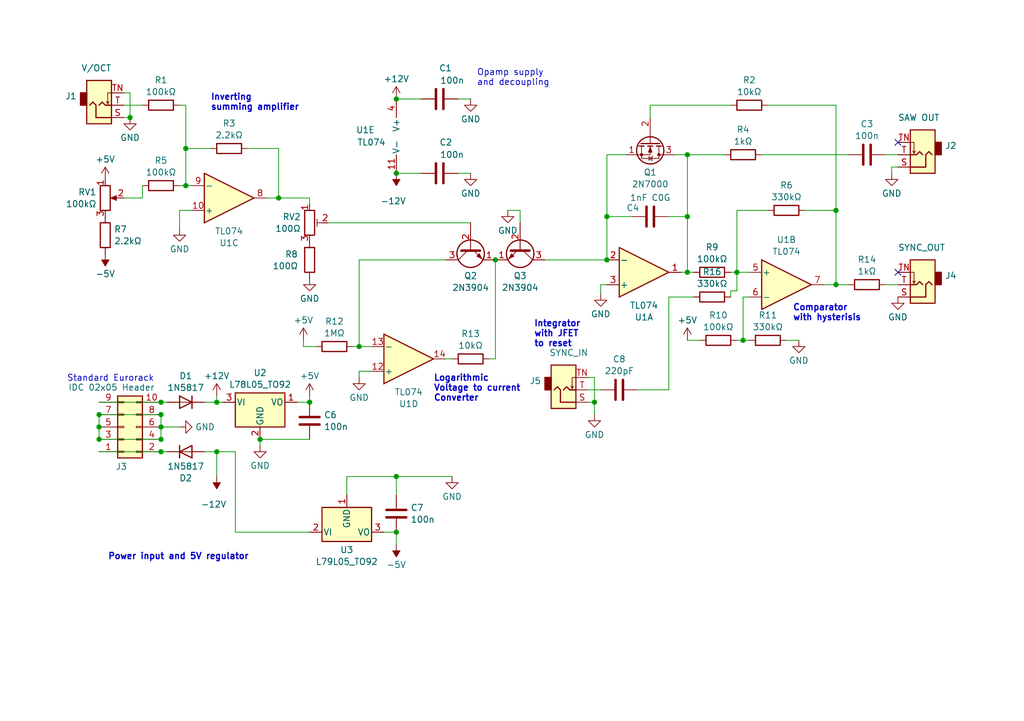
<source format=kicad_sch>
(kicad_sch
	(version 20231120)
	(generator "eeschema")
	(generator_version "8.0")
	(uuid "5577541f-4372-4493-8e70-1b60cb6cb93e")
	(paper "A5")
	(title_block
		(title "EuroClack VCO1")
	)
	(lib_symbols
		(symbol "Amplifier_Operational:TL074"
			(pin_names
				(offset 0.127)
			)
			(exclude_from_sim no)
			(in_bom yes)
			(on_board yes)
			(property "Reference" "U"
				(at 0 5.08 0)
				(effects
					(font
						(size 1.27 1.27)
					)
					(justify left)
				)
			)
			(property "Value" "TL074"
				(at 0 -5.08 0)
				(effects
					(font
						(size 1.27 1.27)
					)
					(justify left)
				)
			)
			(property "Footprint" ""
				(at -1.27 2.54 0)
				(effects
					(font
						(size 1.27 1.27)
					)
					(hide yes)
				)
			)
			(property "Datasheet" "http://www.ti.com/lit/ds/symlink/tl071.pdf"
				(at 1.27 5.08 0)
				(effects
					(font
						(size 1.27 1.27)
					)
					(hide yes)
				)
			)
			(property "Description" "Quad Low-Noise JFET-Input Operational Amplifiers, DIP-14/SOIC-14"
				(at 0 0 0)
				(effects
					(font
						(size 1.27 1.27)
					)
					(hide yes)
				)
			)
			(property "ki_locked" ""
				(at 0 0 0)
				(effects
					(font
						(size 1.27 1.27)
					)
				)
			)
			(property "ki_keywords" "quad opamp"
				(at 0 0 0)
				(effects
					(font
						(size 1.27 1.27)
					)
					(hide yes)
				)
			)
			(property "ki_fp_filters" "SOIC*3.9x8.7mm*P1.27mm* DIP*W7.62mm* TSSOP*4.4x5mm*P0.65mm* SSOP*5.3x6.2mm*P0.65mm* MSOP*3x3mm*P0.5mm*"
				(at 0 0 0)
				(effects
					(font
						(size 1.27 1.27)
					)
					(hide yes)
				)
			)
			(symbol "TL074_1_1"
				(polyline
					(pts
						(xy -5.08 5.08) (xy 5.08 0) (xy -5.08 -5.08) (xy -5.08 5.08)
					)
					(stroke
						(width 0.254)
						(type default)
					)
					(fill
						(type background)
					)
				)
				(pin output line
					(at 7.62 0 180)
					(length 2.54)
					(name "~"
						(effects
							(font
								(size 1.27 1.27)
							)
						)
					)
					(number "1"
						(effects
							(font
								(size 1.27 1.27)
							)
						)
					)
				)
				(pin input line
					(at -7.62 -2.54 0)
					(length 2.54)
					(name "-"
						(effects
							(font
								(size 1.27 1.27)
							)
						)
					)
					(number "2"
						(effects
							(font
								(size 1.27 1.27)
							)
						)
					)
				)
				(pin input line
					(at -7.62 2.54 0)
					(length 2.54)
					(name "+"
						(effects
							(font
								(size 1.27 1.27)
							)
						)
					)
					(number "3"
						(effects
							(font
								(size 1.27 1.27)
							)
						)
					)
				)
			)
			(symbol "TL074_2_1"
				(polyline
					(pts
						(xy -5.08 5.08) (xy 5.08 0) (xy -5.08 -5.08) (xy -5.08 5.08)
					)
					(stroke
						(width 0.254)
						(type default)
					)
					(fill
						(type background)
					)
				)
				(pin input line
					(at -7.62 2.54 0)
					(length 2.54)
					(name "+"
						(effects
							(font
								(size 1.27 1.27)
							)
						)
					)
					(number "5"
						(effects
							(font
								(size 1.27 1.27)
							)
						)
					)
				)
				(pin input line
					(at -7.62 -2.54 0)
					(length 2.54)
					(name "-"
						(effects
							(font
								(size 1.27 1.27)
							)
						)
					)
					(number "6"
						(effects
							(font
								(size 1.27 1.27)
							)
						)
					)
				)
				(pin output line
					(at 7.62 0 180)
					(length 2.54)
					(name "~"
						(effects
							(font
								(size 1.27 1.27)
							)
						)
					)
					(number "7"
						(effects
							(font
								(size 1.27 1.27)
							)
						)
					)
				)
			)
			(symbol "TL074_3_1"
				(polyline
					(pts
						(xy -5.08 5.08) (xy 5.08 0) (xy -5.08 -5.08) (xy -5.08 5.08)
					)
					(stroke
						(width 0.254)
						(type default)
					)
					(fill
						(type background)
					)
				)
				(pin input line
					(at -7.62 2.54 0)
					(length 2.54)
					(name "+"
						(effects
							(font
								(size 1.27 1.27)
							)
						)
					)
					(number "10"
						(effects
							(font
								(size 1.27 1.27)
							)
						)
					)
				)
				(pin output line
					(at 7.62 0 180)
					(length 2.54)
					(name "~"
						(effects
							(font
								(size 1.27 1.27)
							)
						)
					)
					(number "8"
						(effects
							(font
								(size 1.27 1.27)
							)
						)
					)
				)
				(pin input line
					(at -7.62 -2.54 0)
					(length 2.54)
					(name "-"
						(effects
							(font
								(size 1.27 1.27)
							)
						)
					)
					(number "9"
						(effects
							(font
								(size 1.27 1.27)
							)
						)
					)
				)
			)
			(symbol "TL074_4_1"
				(polyline
					(pts
						(xy -5.08 5.08) (xy 5.08 0) (xy -5.08 -5.08) (xy -5.08 5.08)
					)
					(stroke
						(width 0.254)
						(type default)
					)
					(fill
						(type background)
					)
				)
				(pin input line
					(at -7.62 2.54 0)
					(length 2.54)
					(name "+"
						(effects
							(font
								(size 1.27 1.27)
							)
						)
					)
					(number "12"
						(effects
							(font
								(size 1.27 1.27)
							)
						)
					)
				)
				(pin input line
					(at -7.62 -2.54 0)
					(length 2.54)
					(name "-"
						(effects
							(font
								(size 1.27 1.27)
							)
						)
					)
					(number "13"
						(effects
							(font
								(size 1.27 1.27)
							)
						)
					)
				)
				(pin output line
					(at 7.62 0 180)
					(length 2.54)
					(name "~"
						(effects
							(font
								(size 1.27 1.27)
							)
						)
					)
					(number "14"
						(effects
							(font
								(size 1.27 1.27)
							)
						)
					)
				)
			)
			(symbol "TL074_5_1"
				(pin power_in line
					(at -2.54 -7.62 90)
					(length 3.81)
					(name "V-"
						(effects
							(font
								(size 1.27 1.27)
							)
						)
					)
					(number "11"
						(effects
							(font
								(size 1.27 1.27)
							)
						)
					)
				)
				(pin power_in line
					(at -2.54 7.62 270)
					(length 3.81)
					(name "V+"
						(effects
							(font
								(size 1.27 1.27)
							)
						)
					)
					(number "4"
						(effects
							(font
								(size 1.27 1.27)
							)
						)
					)
				)
			)
		)
		(symbol "Connector_Audio:AudioJack2_SwitchT"
			(exclude_from_sim no)
			(in_bom yes)
			(on_board yes)
			(property "Reference" "J"
				(at 0 8.89 0)
				(effects
					(font
						(size 1.27 1.27)
					)
				)
			)
			(property "Value" "AudioJack2_SwitchT"
				(at 0 6.35 0)
				(effects
					(font
						(size 1.27 1.27)
					)
				)
			)
			(property "Footprint" ""
				(at 0 0 0)
				(effects
					(font
						(size 1.27 1.27)
					)
					(hide yes)
				)
			)
			(property "Datasheet" "~"
				(at 0 0 0)
				(effects
					(font
						(size 1.27 1.27)
					)
					(hide yes)
				)
			)
			(property "Description" "Audio Jack, 2 Poles (Mono / TS), Switched T Pole (Normalling)"
				(at 0 0 0)
				(effects
					(font
						(size 1.27 1.27)
					)
					(hide yes)
				)
			)
			(property "ki_keywords" "audio jack receptacle mono headphones phone TS connector"
				(at 0 0 0)
				(effects
					(font
						(size 1.27 1.27)
					)
					(hide yes)
				)
			)
			(property "ki_fp_filters" "Jack*"
				(at 0 0 0)
				(effects
					(font
						(size 1.27 1.27)
					)
					(hide yes)
				)
			)
			(symbol "AudioJack2_SwitchT_0_1"
				(rectangle
					(start -2.54 0)
					(end -3.81 -2.54)
					(stroke
						(width 0.254)
						(type default)
					)
					(fill
						(type outline)
					)
				)
				(polyline
					(pts
						(xy 1.778 -0.254) (xy 2.032 -0.762)
					)
					(stroke
						(width 0)
						(type default)
					)
					(fill
						(type none)
					)
				)
				(polyline
					(pts
						(xy 0 0) (xy 0.635 -0.635) (xy 1.27 0) (xy 2.54 0)
					)
					(stroke
						(width 0.254)
						(type default)
					)
					(fill
						(type none)
					)
				)
				(polyline
					(pts
						(xy 2.54 -2.54) (xy 1.778 -2.54) (xy 1.778 -0.254) (xy 1.524 -0.762)
					)
					(stroke
						(width 0)
						(type default)
					)
					(fill
						(type none)
					)
				)
				(polyline
					(pts
						(xy 2.54 2.54) (xy -0.635 2.54) (xy -0.635 0) (xy -1.27 -0.635) (xy -1.905 0)
					)
					(stroke
						(width 0.254)
						(type default)
					)
					(fill
						(type none)
					)
				)
				(rectangle
					(start 2.54 3.81)
					(end -2.54 -5.08)
					(stroke
						(width 0.254)
						(type default)
					)
					(fill
						(type background)
					)
				)
			)
			(symbol "AudioJack2_SwitchT_1_1"
				(pin passive line
					(at 5.08 2.54 180)
					(length 2.54)
					(name "~"
						(effects
							(font
								(size 1.27 1.27)
							)
						)
					)
					(number "S"
						(effects
							(font
								(size 1.27 1.27)
							)
						)
					)
				)
				(pin passive line
					(at 5.08 0 180)
					(length 2.54)
					(name "~"
						(effects
							(font
								(size 1.27 1.27)
							)
						)
					)
					(number "T"
						(effects
							(font
								(size 1.27 1.27)
							)
						)
					)
				)
				(pin passive line
					(at 5.08 -2.54 180)
					(length 2.54)
					(name "~"
						(effects
							(font
								(size 1.27 1.27)
							)
						)
					)
					(number "TN"
						(effects
							(font
								(size 1.27 1.27)
							)
						)
					)
				)
			)
		)
		(symbol "Connector_Generic:Conn_02x05_Odd_Even"
			(pin_names
				(offset 1.016) hide)
			(exclude_from_sim no)
			(in_bom yes)
			(on_board yes)
			(property "Reference" "J"
				(at 1.27 7.62 0)
				(effects
					(font
						(size 1.27 1.27)
					)
				)
			)
			(property "Value" "Conn_02x05_Odd_Even"
				(at 1.27 -7.62 0)
				(effects
					(font
						(size 1.27 1.27)
					)
				)
			)
			(property "Footprint" ""
				(at 0 0 0)
				(effects
					(font
						(size 1.27 1.27)
					)
					(hide yes)
				)
			)
			(property "Datasheet" "~"
				(at 0 0 0)
				(effects
					(font
						(size 1.27 1.27)
					)
					(hide yes)
				)
			)
			(property "Description" "Generic connector, double row, 02x05, odd/even pin numbering scheme (row 1 odd numbers, row 2 even numbers), script generated (kicad-library-utils/schlib/autogen/connector/)"
				(at 0 0 0)
				(effects
					(font
						(size 1.27 1.27)
					)
					(hide yes)
				)
			)
			(property "ki_keywords" "connector"
				(at 0 0 0)
				(effects
					(font
						(size 1.27 1.27)
					)
					(hide yes)
				)
			)
			(property "ki_fp_filters" "Connector*:*_2x??_*"
				(at 0 0 0)
				(effects
					(font
						(size 1.27 1.27)
					)
					(hide yes)
				)
			)
			(symbol "Conn_02x05_Odd_Even_1_1"
				(rectangle
					(start -1.27 -4.953)
					(end 0 -5.207)
					(stroke
						(width 0.1524)
						(type default)
					)
					(fill
						(type none)
					)
				)
				(rectangle
					(start -1.27 -2.413)
					(end 0 -2.667)
					(stroke
						(width 0.1524)
						(type default)
					)
					(fill
						(type none)
					)
				)
				(rectangle
					(start -1.27 0.127)
					(end 0 -0.127)
					(stroke
						(width 0.1524)
						(type default)
					)
					(fill
						(type none)
					)
				)
				(rectangle
					(start -1.27 2.667)
					(end 0 2.413)
					(stroke
						(width 0.1524)
						(type default)
					)
					(fill
						(type none)
					)
				)
				(rectangle
					(start -1.27 5.207)
					(end 0 4.953)
					(stroke
						(width 0.1524)
						(type default)
					)
					(fill
						(type none)
					)
				)
				(rectangle
					(start -1.27 6.35)
					(end 3.81 -6.35)
					(stroke
						(width 0.254)
						(type default)
					)
					(fill
						(type background)
					)
				)
				(rectangle
					(start 3.81 -4.953)
					(end 2.54 -5.207)
					(stroke
						(width 0.1524)
						(type default)
					)
					(fill
						(type none)
					)
				)
				(rectangle
					(start 3.81 -2.413)
					(end 2.54 -2.667)
					(stroke
						(width 0.1524)
						(type default)
					)
					(fill
						(type none)
					)
				)
				(rectangle
					(start 3.81 0.127)
					(end 2.54 -0.127)
					(stroke
						(width 0.1524)
						(type default)
					)
					(fill
						(type none)
					)
				)
				(rectangle
					(start 3.81 2.667)
					(end 2.54 2.413)
					(stroke
						(width 0.1524)
						(type default)
					)
					(fill
						(type none)
					)
				)
				(rectangle
					(start 3.81 5.207)
					(end 2.54 4.953)
					(stroke
						(width 0.1524)
						(type default)
					)
					(fill
						(type none)
					)
				)
				(pin passive line
					(at -5.08 5.08 0)
					(length 3.81)
					(name "Pin_1"
						(effects
							(font
								(size 1.27 1.27)
							)
						)
					)
					(number "1"
						(effects
							(font
								(size 1.27 1.27)
							)
						)
					)
				)
				(pin passive line
					(at 7.62 -5.08 180)
					(length 3.81)
					(name "Pin_10"
						(effects
							(font
								(size 1.27 1.27)
							)
						)
					)
					(number "10"
						(effects
							(font
								(size 1.27 1.27)
							)
						)
					)
				)
				(pin passive line
					(at 7.62 5.08 180)
					(length 3.81)
					(name "Pin_2"
						(effects
							(font
								(size 1.27 1.27)
							)
						)
					)
					(number "2"
						(effects
							(font
								(size 1.27 1.27)
							)
						)
					)
				)
				(pin passive line
					(at -5.08 2.54 0)
					(length 3.81)
					(name "Pin_3"
						(effects
							(font
								(size 1.27 1.27)
							)
						)
					)
					(number "3"
						(effects
							(font
								(size 1.27 1.27)
							)
						)
					)
				)
				(pin passive line
					(at 7.62 2.54 180)
					(length 3.81)
					(name "Pin_4"
						(effects
							(font
								(size 1.27 1.27)
							)
						)
					)
					(number "4"
						(effects
							(font
								(size 1.27 1.27)
							)
						)
					)
				)
				(pin passive line
					(at -5.08 0 0)
					(length 3.81)
					(name "Pin_5"
						(effects
							(font
								(size 1.27 1.27)
							)
						)
					)
					(number "5"
						(effects
							(font
								(size 1.27 1.27)
							)
						)
					)
				)
				(pin passive line
					(at 7.62 0 180)
					(length 3.81)
					(name "Pin_6"
						(effects
							(font
								(size 1.27 1.27)
							)
						)
					)
					(number "6"
						(effects
							(font
								(size 1.27 1.27)
							)
						)
					)
				)
				(pin passive line
					(at -5.08 -2.54 0)
					(length 3.81)
					(name "Pin_7"
						(effects
							(font
								(size 1.27 1.27)
							)
						)
					)
					(number "7"
						(effects
							(font
								(size 1.27 1.27)
							)
						)
					)
				)
				(pin passive line
					(at 7.62 -2.54 180)
					(length 3.81)
					(name "Pin_8"
						(effects
							(font
								(size 1.27 1.27)
							)
						)
					)
					(number "8"
						(effects
							(font
								(size 1.27 1.27)
							)
						)
					)
				)
				(pin passive line
					(at -5.08 -5.08 0)
					(length 3.81)
					(name "Pin_9"
						(effects
							(font
								(size 1.27 1.27)
							)
						)
					)
					(number "9"
						(effects
							(font
								(size 1.27 1.27)
							)
						)
					)
				)
			)
		)
		(symbol "Device:C"
			(pin_numbers hide)
			(pin_names
				(offset 0.254)
			)
			(exclude_from_sim no)
			(in_bom yes)
			(on_board yes)
			(property "Reference" "C"
				(at 0.635 2.54 0)
				(effects
					(font
						(size 1.27 1.27)
					)
					(justify left)
				)
			)
			(property "Value" "C"
				(at 0.635 -2.54 0)
				(effects
					(font
						(size 1.27 1.27)
					)
					(justify left)
				)
			)
			(property "Footprint" ""
				(at 0.9652 -3.81 0)
				(effects
					(font
						(size 1.27 1.27)
					)
					(hide yes)
				)
			)
			(property "Datasheet" "~"
				(at 0 0 0)
				(effects
					(font
						(size 1.27 1.27)
					)
					(hide yes)
				)
			)
			(property "Description" "Unpolarized capacitor"
				(at 0 0 0)
				(effects
					(font
						(size 1.27 1.27)
					)
					(hide yes)
				)
			)
			(property "ki_keywords" "cap capacitor"
				(at 0 0 0)
				(effects
					(font
						(size 1.27 1.27)
					)
					(hide yes)
				)
			)
			(property "ki_fp_filters" "C_*"
				(at 0 0 0)
				(effects
					(font
						(size 1.27 1.27)
					)
					(hide yes)
				)
			)
			(symbol "C_0_1"
				(polyline
					(pts
						(xy -2.032 -0.762) (xy 2.032 -0.762)
					)
					(stroke
						(width 0.508)
						(type default)
					)
					(fill
						(type none)
					)
				)
				(polyline
					(pts
						(xy -2.032 0.762) (xy 2.032 0.762)
					)
					(stroke
						(width 0.508)
						(type default)
					)
					(fill
						(type none)
					)
				)
			)
			(symbol "C_1_1"
				(pin passive line
					(at 0 3.81 270)
					(length 2.794)
					(name "~"
						(effects
							(font
								(size 1.27 1.27)
							)
						)
					)
					(number "1"
						(effects
							(font
								(size 1.27 1.27)
							)
						)
					)
				)
				(pin passive line
					(at 0 -3.81 90)
					(length 2.794)
					(name "~"
						(effects
							(font
								(size 1.27 1.27)
							)
						)
					)
					(number "2"
						(effects
							(font
								(size 1.27 1.27)
							)
						)
					)
				)
			)
		)
		(symbol "Device:D"
			(pin_numbers hide)
			(pin_names
				(offset 1.016) hide)
			(exclude_from_sim no)
			(in_bom yes)
			(on_board yes)
			(property "Reference" "D"
				(at 0 2.54 0)
				(effects
					(font
						(size 1.27 1.27)
					)
				)
			)
			(property "Value" "D"
				(at 0 -2.54 0)
				(effects
					(font
						(size 1.27 1.27)
					)
				)
			)
			(property "Footprint" ""
				(at 0 0 0)
				(effects
					(font
						(size 1.27 1.27)
					)
					(hide yes)
				)
			)
			(property "Datasheet" "~"
				(at 0 0 0)
				(effects
					(font
						(size 1.27 1.27)
					)
					(hide yes)
				)
			)
			(property "Description" "Diode"
				(at 0 0 0)
				(effects
					(font
						(size 1.27 1.27)
					)
					(hide yes)
				)
			)
			(property "Sim.Device" "D"
				(at 0 0 0)
				(effects
					(font
						(size 1.27 1.27)
					)
					(hide yes)
				)
			)
			(property "Sim.Pins" "1=K 2=A"
				(at 0 0 0)
				(effects
					(font
						(size 1.27 1.27)
					)
					(hide yes)
				)
			)
			(property "ki_keywords" "diode"
				(at 0 0 0)
				(effects
					(font
						(size 1.27 1.27)
					)
					(hide yes)
				)
			)
			(property "ki_fp_filters" "TO-???* *_Diode_* *SingleDiode* D_*"
				(at 0 0 0)
				(effects
					(font
						(size 1.27 1.27)
					)
					(hide yes)
				)
			)
			(symbol "D_0_1"
				(polyline
					(pts
						(xy -1.27 1.27) (xy -1.27 -1.27)
					)
					(stroke
						(width 0.254)
						(type default)
					)
					(fill
						(type none)
					)
				)
				(polyline
					(pts
						(xy 1.27 0) (xy -1.27 0)
					)
					(stroke
						(width 0)
						(type default)
					)
					(fill
						(type none)
					)
				)
				(polyline
					(pts
						(xy 1.27 1.27) (xy 1.27 -1.27) (xy -1.27 0) (xy 1.27 1.27)
					)
					(stroke
						(width 0.254)
						(type default)
					)
					(fill
						(type none)
					)
				)
			)
			(symbol "D_1_1"
				(pin passive line
					(at -3.81 0 0)
					(length 2.54)
					(name "K"
						(effects
							(font
								(size 1.27 1.27)
							)
						)
					)
					(number "1"
						(effects
							(font
								(size 1.27 1.27)
							)
						)
					)
				)
				(pin passive line
					(at 3.81 0 180)
					(length 2.54)
					(name "A"
						(effects
							(font
								(size 1.27 1.27)
							)
						)
					)
					(number "2"
						(effects
							(font
								(size 1.27 1.27)
							)
						)
					)
				)
			)
		)
		(symbol "Device:R"
			(pin_numbers hide)
			(pin_names
				(offset 0)
			)
			(exclude_from_sim no)
			(in_bom yes)
			(on_board yes)
			(property "Reference" "R"
				(at 2.032 0 90)
				(effects
					(font
						(size 1.27 1.27)
					)
				)
			)
			(property "Value" "R"
				(at 0 0 90)
				(effects
					(font
						(size 1.27 1.27)
					)
				)
			)
			(property "Footprint" ""
				(at -1.778 0 90)
				(effects
					(font
						(size 1.27 1.27)
					)
					(hide yes)
				)
			)
			(property "Datasheet" "~"
				(at 0 0 0)
				(effects
					(font
						(size 1.27 1.27)
					)
					(hide yes)
				)
			)
			(property "Description" "Resistor"
				(at 0 0 0)
				(effects
					(font
						(size 1.27 1.27)
					)
					(hide yes)
				)
			)
			(property "ki_keywords" "R res resistor"
				(at 0 0 0)
				(effects
					(font
						(size 1.27 1.27)
					)
					(hide yes)
				)
			)
			(property "ki_fp_filters" "R_*"
				(at 0 0 0)
				(effects
					(font
						(size 1.27 1.27)
					)
					(hide yes)
				)
			)
			(symbol "R_0_1"
				(rectangle
					(start -1.016 -2.54)
					(end 1.016 2.54)
					(stroke
						(width 0.254)
						(type default)
					)
					(fill
						(type none)
					)
				)
			)
			(symbol "R_1_1"
				(pin passive line
					(at 0 3.81 270)
					(length 1.27)
					(name "~"
						(effects
							(font
								(size 1.27 1.27)
							)
						)
					)
					(number "1"
						(effects
							(font
								(size 1.27 1.27)
							)
						)
					)
				)
				(pin passive line
					(at 0 -3.81 90)
					(length 1.27)
					(name "~"
						(effects
							(font
								(size 1.27 1.27)
							)
						)
					)
					(number "2"
						(effects
							(font
								(size 1.27 1.27)
							)
						)
					)
				)
			)
		)
		(symbol "Device:R_Potentiometer"
			(pin_names
				(offset 1.016) hide)
			(exclude_from_sim no)
			(in_bom yes)
			(on_board yes)
			(property "Reference" "RV"
				(at -4.445 0 90)
				(effects
					(font
						(size 1.27 1.27)
					)
				)
			)
			(property "Value" "R_Potentiometer"
				(at -2.54 0 90)
				(effects
					(font
						(size 1.27 1.27)
					)
				)
			)
			(property "Footprint" ""
				(at 0 0 0)
				(effects
					(font
						(size 1.27 1.27)
					)
					(hide yes)
				)
			)
			(property "Datasheet" "~"
				(at 0 0 0)
				(effects
					(font
						(size 1.27 1.27)
					)
					(hide yes)
				)
			)
			(property "Description" "Potentiometer"
				(at 0 0 0)
				(effects
					(font
						(size 1.27 1.27)
					)
					(hide yes)
				)
			)
			(property "ki_keywords" "resistor variable"
				(at 0 0 0)
				(effects
					(font
						(size 1.27 1.27)
					)
					(hide yes)
				)
			)
			(property "ki_fp_filters" "Potentiometer*"
				(at 0 0 0)
				(effects
					(font
						(size 1.27 1.27)
					)
					(hide yes)
				)
			)
			(symbol "R_Potentiometer_0_1"
				(polyline
					(pts
						(xy 2.54 0) (xy 1.524 0)
					)
					(stroke
						(width 0)
						(type default)
					)
					(fill
						(type none)
					)
				)
				(polyline
					(pts
						(xy 1.143 0) (xy 2.286 0.508) (xy 2.286 -0.508) (xy 1.143 0)
					)
					(stroke
						(width 0)
						(type default)
					)
					(fill
						(type outline)
					)
				)
				(rectangle
					(start 1.016 2.54)
					(end -1.016 -2.54)
					(stroke
						(width 0.254)
						(type default)
					)
					(fill
						(type none)
					)
				)
			)
			(symbol "R_Potentiometer_1_1"
				(pin passive line
					(at 0 3.81 270)
					(length 1.27)
					(name "1"
						(effects
							(font
								(size 1.27 1.27)
							)
						)
					)
					(number "1"
						(effects
							(font
								(size 1.27 1.27)
							)
						)
					)
				)
				(pin passive line
					(at 3.81 0 180)
					(length 1.27)
					(name "2"
						(effects
							(font
								(size 1.27 1.27)
							)
						)
					)
					(number "2"
						(effects
							(font
								(size 1.27 1.27)
							)
						)
					)
				)
				(pin passive line
					(at 0 -3.81 90)
					(length 1.27)
					(name "3"
						(effects
							(font
								(size 1.27 1.27)
							)
						)
					)
					(number "3"
						(effects
							(font
								(size 1.27 1.27)
							)
						)
					)
				)
			)
		)
		(symbol "Device:R_Potentiometer_Trim"
			(pin_names
				(offset 1.016) hide)
			(exclude_from_sim no)
			(in_bom yes)
			(on_board yes)
			(property "Reference" "RV"
				(at -4.445 0 90)
				(effects
					(font
						(size 1.27 1.27)
					)
				)
			)
			(property "Value" "R_Potentiometer_Trim"
				(at -2.54 0 90)
				(effects
					(font
						(size 1.27 1.27)
					)
				)
			)
			(property "Footprint" ""
				(at 0 0 0)
				(effects
					(font
						(size 1.27 1.27)
					)
					(hide yes)
				)
			)
			(property "Datasheet" "~"
				(at 0 0 0)
				(effects
					(font
						(size 1.27 1.27)
					)
					(hide yes)
				)
			)
			(property "Description" "Trim-potentiometer"
				(at 0 0 0)
				(effects
					(font
						(size 1.27 1.27)
					)
					(hide yes)
				)
			)
			(property "ki_keywords" "resistor variable trimpot trimmer"
				(at 0 0 0)
				(effects
					(font
						(size 1.27 1.27)
					)
					(hide yes)
				)
			)
			(property "ki_fp_filters" "Potentiometer*"
				(at 0 0 0)
				(effects
					(font
						(size 1.27 1.27)
					)
					(hide yes)
				)
			)
			(symbol "R_Potentiometer_Trim_0_1"
				(polyline
					(pts
						(xy 1.524 0.762) (xy 1.524 -0.762)
					)
					(stroke
						(width 0)
						(type default)
					)
					(fill
						(type none)
					)
				)
				(polyline
					(pts
						(xy 2.54 0) (xy 1.524 0)
					)
					(stroke
						(width 0)
						(type default)
					)
					(fill
						(type none)
					)
				)
				(rectangle
					(start 1.016 2.54)
					(end -1.016 -2.54)
					(stroke
						(width 0.254)
						(type default)
					)
					(fill
						(type none)
					)
				)
			)
			(symbol "R_Potentiometer_Trim_1_1"
				(pin passive line
					(at 0 3.81 270)
					(length 1.27)
					(name "1"
						(effects
							(font
								(size 1.27 1.27)
							)
						)
					)
					(number "1"
						(effects
							(font
								(size 1.27 1.27)
							)
						)
					)
				)
				(pin passive line
					(at 3.81 0 180)
					(length 1.27)
					(name "2"
						(effects
							(font
								(size 1.27 1.27)
							)
						)
					)
					(number "2"
						(effects
							(font
								(size 1.27 1.27)
							)
						)
					)
				)
				(pin passive line
					(at 0 -3.81 90)
					(length 1.27)
					(name "3"
						(effects
							(font
								(size 1.27 1.27)
							)
						)
					)
					(number "3"
						(effects
							(font
								(size 1.27 1.27)
							)
						)
					)
				)
			)
		)
		(symbol "Regulator_Linear:L78L05_TO92"
			(pin_names
				(offset 0.254)
			)
			(exclude_from_sim no)
			(in_bom yes)
			(on_board yes)
			(property "Reference" "U"
				(at -3.81 3.175 0)
				(effects
					(font
						(size 1.27 1.27)
					)
				)
			)
			(property "Value" "L78L05_TO92"
				(at 0 3.175 0)
				(effects
					(font
						(size 1.27 1.27)
					)
					(justify left)
				)
			)
			(property "Footprint" "Package_TO_SOT_THT:TO-92_Inline"
				(at 0 5.715 0)
				(effects
					(font
						(size 1.27 1.27)
						(italic yes)
					)
					(hide yes)
				)
			)
			(property "Datasheet" "http://www.st.com/content/ccc/resource/technical/document/datasheet/15/55/e5/aa/23/5b/43/fd/CD00000446.pdf/files/CD00000446.pdf/jcr:content/translations/en.CD00000446.pdf"
				(at 0 -1.27 0)
				(effects
					(font
						(size 1.27 1.27)
					)
					(hide yes)
				)
			)
			(property "Description" "Positive 100mA 30V Linear Regulator, Fixed Output 5V, TO-92"
				(at 0 0 0)
				(effects
					(font
						(size 1.27 1.27)
					)
					(hide yes)
				)
			)
			(property "ki_keywords" "Voltage Regulator 100mA Positive"
				(at 0 0 0)
				(effects
					(font
						(size 1.27 1.27)
					)
					(hide yes)
				)
			)
			(property "ki_fp_filters" "TO?92*"
				(at 0 0 0)
				(effects
					(font
						(size 1.27 1.27)
					)
					(hide yes)
				)
			)
			(symbol "L78L05_TO92_0_1"
				(rectangle
					(start -5.08 -5.08)
					(end 5.08 1.905)
					(stroke
						(width 0.254)
						(type default)
					)
					(fill
						(type background)
					)
				)
			)
			(symbol "L78L05_TO92_1_1"
				(pin power_out line
					(at 7.62 0 180)
					(length 2.54)
					(name "VO"
						(effects
							(font
								(size 1.27 1.27)
							)
						)
					)
					(number "1"
						(effects
							(font
								(size 1.27 1.27)
							)
						)
					)
				)
				(pin power_in line
					(at 0 -7.62 90)
					(length 2.54)
					(name "GND"
						(effects
							(font
								(size 1.27 1.27)
							)
						)
					)
					(number "2"
						(effects
							(font
								(size 1.27 1.27)
							)
						)
					)
				)
				(pin power_in line
					(at -7.62 0 0)
					(length 2.54)
					(name "VI"
						(effects
							(font
								(size 1.27 1.27)
							)
						)
					)
					(number "3"
						(effects
							(font
								(size 1.27 1.27)
							)
						)
					)
				)
			)
		)
		(symbol "Regulator_Linear:L79L05_TO92"
			(pin_names
				(offset 0.254)
			)
			(exclude_from_sim no)
			(in_bom yes)
			(on_board yes)
			(property "Reference" "U"
				(at -3.81 -3.175 0)
				(effects
					(font
						(size 1.27 1.27)
					)
				)
			)
			(property "Value" "L79L05_TO92"
				(at 0 -3.175 0)
				(effects
					(font
						(size 1.27 1.27)
					)
					(justify left)
				)
			)
			(property "Footprint" "Package_TO_SOT_THT:TO-92_Inline"
				(at 0 -5.08 0)
				(effects
					(font
						(size 1.27 1.27)
						(italic yes)
					)
					(hide yes)
				)
			)
			(property "Datasheet" "http://www.farnell.com/datasheets/1827870.pdf"
				(at 0 0 0)
				(effects
					(font
						(size 1.27 1.27)
					)
					(hide yes)
				)
			)
			(property "Description" "Negative 100mA -30V Linear Regulator, Fixed Output -5V, TO-92"
				(at 0 0 0)
				(effects
					(font
						(size 1.27 1.27)
					)
					(hide yes)
				)
			)
			(property "ki_keywords" "Voltage Regulator 100mA Negative"
				(at 0 0 0)
				(effects
					(font
						(size 1.27 1.27)
					)
					(hide yes)
				)
			)
			(property "ki_fp_filters" "TO?92*"
				(at 0 0 0)
				(effects
					(font
						(size 1.27 1.27)
					)
					(hide yes)
				)
			)
			(symbol "L79L05_TO92_0_1"
				(rectangle
					(start -5.08 5.08)
					(end 5.08 -1.905)
					(stroke
						(width 0.254)
						(type default)
					)
					(fill
						(type background)
					)
				)
			)
			(symbol "L79L05_TO92_1_1"
				(pin power_in line
					(at 0 7.62 270)
					(length 2.54)
					(name "GND"
						(effects
							(font
								(size 1.27 1.27)
							)
						)
					)
					(number "1"
						(effects
							(font
								(size 1.27 1.27)
							)
						)
					)
				)
				(pin power_in line
					(at -7.62 0 0)
					(length 2.54)
					(name "VI"
						(effects
							(font
								(size 1.27 1.27)
							)
						)
					)
					(number "2"
						(effects
							(font
								(size 1.27 1.27)
							)
						)
					)
				)
				(pin power_out line
					(at 7.62 0 180)
					(length 2.54)
					(name "VO"
						(effects
							(font
								(size 1.27 1.27)
							)
						)
					)
					(number "3"
						(effects
							(font
								(size 1.27 1.27)
							)
						)
					)
				)
			)
		)
		(symbol "Transistor_BJT:2N3904"
			(pin_names
				(offset 0) hide)
			(exclude_from_sim no)
			(in_bom yes)
			(on_board yes)
			(property "Reference" "Q"
				(at 5.08 1.905 0)
				(effects
					(font
						(size 1.27 1.27)
					)
					(justify left)
				)
			)
			(property "Value" "2N3904"
				(at 5.08 0 0)
				(effects
					(font
						(size 1.27 1.27)
					)
					(justify left)
				)
			)
			(property "Footprint" "Package_TO_SOT_THT:TO-92_Inline"
				(at 5.08 -1.905 0)
				(effects
					(font
						(size 1.27 1.27)
						(italic yes)
					)
					(justify left)
					(hide yes)
				)
			)
			(property "Datasheet" "https://www.onsemi.com/pub/Collateral/2N3903-D.PDF"
				(at 0 0 0)
				(effects
					(font
						(size 1.27 1.27)
					)
					(justify left)
					(hide yes)
				)
			)
			(property "Description" "0.2A Ic, 40V Vce, Small Signal NPN Transistor, TO-92"
				(at 0 0 0)
				(effects
					(font
						(size 1.27 1.27)
					)
					(hide yes)
				)
			)
			(property "ki_keywords" "NPN Transistor"
				(at 0 0 0)
				(effects
					(font
						(size 1.27 1.27)
					)
					(hide yes)
				)
			)
			(property "ki_fp_filters" "TO?92*"
				(at 0 0 0)
				(effects
					(font
						(size 1.27 1.27)
					)
					(hide yes)
				)
			)
			(symbol "2N3904_0_1"
				(polyline
					(pts
						(xy 0.635 0.635) (xy 2.54 2.54)
					)
					(stroke
						(width 0)
						(type default)
					)
					(fill
						(type none)
					)
				)
				(polyline
					(pts
						(xy 0.635 -0.635) (xy 2.54 -2.54) (xy 2.54 -2.54)
					)
					(stroke
						(width 0)
						(type default)
					)
					(fill
						(type none)
					)
				)
				(polyline
					(pts
						(xy 0.635 1.905) (xy 0.635 -1.905) (xy 0.635 -1.905)
					)
					(stroke
						(width 0.508)
						(type default)
					)
					(fill
						(type none)
					)
				)
				(polyline
					(pts
						(xy 1.27 -1.778) (xy 1.778 -1.27) (xy 2.286 -2.286) (xy 1.27 -1.778) (xy 1.27 -1.778)
					)
					(stroke
						(width 0)
						(type default)
					)
					(fill
						(type outline)
					)
				)
				(circle
					(center 1.27 0)
					(radius 2.8194)
					(stroke
						(width 0.254)
						(type default)
					)
					(fill
						(type none)
					)
				)
			)
			(symbol "2N3904_1_1"
				(pin passive line
					(at 2.54 -5.08 90)
					(length 2.54)
					(name "E"
						(effects
							(font
								(size 1.27 1.27)
							)
						)
					)
					(number "1"
						(effects
							(font
								(size 1.27 1.27)
							)
						)
					)
				)
				(pin passive line
					(at -5.08 0 0)
					(length 5.715)
					(name "B"
						(effects
							(font
								(size 1.27 1.27)
							)
						)
					)
					(number "2"
						(effects
							(font
								(size 1.27 1.27)
							)
						)
					)
				)
				(pin passive line
					(at 2.54 5.08 270)
					(length 2.54)
					(name "C"
						(effects
							(font
								(size 1.27 1.27)
							)
						)
					)
					(number "3"
						(effects
							(font
								(size 1.27 1.27)
							)
						)
					)
				)
			)
		)
		(symbol "Transistor_FET:2N7000"
			(pin_names hide)
			(exclude_from_sim no)
			(in_bom yes)
			(on_board yes)
			(property "Reference" "Q"
				(at 5.08 1.905 0)
				(effects
					(font
						(size 1.27 1.27)
					)
					(justify left)
				)
			)
			(property "Value" "2N7000"
				(at 5.08 0 0)
				(effects
					(font
						(size 1.27 1.27)
					)
					(justify left)
				)
			)
			(property "Footprint" "Package_TO_SOT_THT:TO-92_Inline"
				(at 5.08 -1.905 0)
				(effects
					(font
						(size 1.27 1.27)
						(italic yes)
					)
					(justify left)
					(hide yes)
				)
			)
			(property "Datasheet" "https://www.vishay.com/docs/70226/70226.pdf"
				(at 5.08 -3.81 0)
				(effects
					(font
						(size 1.27 1.27)
					)
					(justify left)
					(hide yes)
				)
			)
			(property "Description" "0.2A Id, 200V Vds, N-Channel MOSFET, 2.6V Logic Level, TO-92"
				(at 0 0 0)
				(effects
					(font
						(size 1.27 1.27)
					)
					(hide yes)
				)
			)
			(property "ki_keywords" "N-Channel MOSFET Logic-Level"
				(at 0 0 0)
				(effects
					(font
						(size 1.27 1.27)
					)
					(hide yes)
				)
			)
			(property "ki_fp_filters" "TO?92*"
				(at 0 0 0)
				(effects
					(font
						(size 1.27 1.27)
					)
					(hide yes)
				)
			)
			(symbol "2N7000_0_1"
				(polyline
					(pts
						(xy 0.254 0) (xy -2.54 0)
					)
					(stroke
						(width 0)
						(type default)
					)
					(fill
						(type none)
					)
				)
				(polyline
					(pts
						(xy 0.254 1.905) (xy 0.254 -1.905)
					)
					(stroke
						(width 0.254)
						(type default)
					)
					(fill
						(type none)
					)
				)
				(polyline
					(pts
						(xy 0.762 -1.27) (xy 0.762 -2.286)
					)
					(stroke
						(width 0.254)
						(type default)
					)
					(fill
						(type none)
					)
				)
				(polyline
					(pts
						(xy 0.762 0.508) (xy 0.762 -0.508)
					)
					(stroke
						(width 0.254)
						(type default)
					)
					(fill
						(type none)
					)
				)
				(polyline
					(pts
						(xy 0.762 2.286) (xy 0.762 1.27)
					)
					(stroke
						(width 0.254)
						(type default)
					)
					(fill
						(type none)
					)
				)
				(polyline
					(pts
						(xy 2.54 2.54) (xy 2.54 1.778)
					)
					(stroke
						(width 0)
						(type default)
					)
					(fill
						(type none)
					)
				)
				(polyline
					(pts
						(xy 2.54 -2.54) (xy 2.54 0) (xy 0.762 0)
					)
					(stroke
						(width 0)
						(type default)
					)
					(fill
						(type none)
					)
				)
				(polyline
					(pts
						(xy 0.762 -1.778) (xy 3.302 -1.778) (xy 3.302 1.778) (xy 0.762 1.778)
					)
					(stroke
						(width 0)
						(type default)
					)
					(fill
						(type none)
					)
				)
				(polyline
					(pts
						(xy 1.016 0) (xy 2.032 0.381) (xy 2.032 -0.381) (xy 1.016 0)
					)
					(stroke
						(width 0)
						(type default)
					)
					(fill
						(type outline)
					)
				)
				(polyline
					(pts
						(xy 2.794 0.508) (xy 2.921 0.381) (xy 3.683 0.381) (xy 3.81 0.254)
					)
					(stroke
						(width 0)
						(type default)
					)
					(fill
						(type none)
					)
				)
				(polyline
					(pts
						(xy 3.302 0.381) (xy 2.921 -0.254) (xy 3.683 -0.254) (xy 3.302 0.381)
					)
					(stroke
						(width 0)
						(type default)
					)
					(fill
						(type none)
					)
				)
				(circle
					(center 1.651 0)
					(radius 2.794)
					(stroke
						(width 0.254)
						(type default)
					)
					(fill
						(type none)
					)
				)
				(circle
					(center 2.54 -1.778)
					(radius 0.254)
					(stroke
						(width 0)
						(type default)
					)
					(fill
						(type outline)
					)
				)
				(circle
					(center 2.54 1.778)
					(radius 0.254)
					(stroke
						(width 0)
						(type default)
					)
					(fill
						(type outline)
					)
				)
			)
			(symbol "2N7000_1_1"
				(pin passive line
					(at 2.54 -5.08 90)
					(length 2.54)
					(name "S"
						(effects
							(font
								(size 1.27 1.27)
							)
						)
					)
					(number "1"
						(effects
							(font
								(size 1.27 1.27)
							)
						)
					)
				)
				(pin input line
					(at -5.08 0 0)
					(length 2.54)
					(name "G"
						(effects
							(font
								(size 1.27 1.27)
							)
						)
					)
					(number "2"
						(effects
							(font
								(size 1.27 1.27)
							)
						)
					)
				)
				(pin passive line
					(at 2.54 5.08 270)
					(length 2.54)
					(name "D"
						(effects
							(font
								(size 1.27 1.27)
							)
						)
					)
					(number "3"
						(effects
							(font
								(size 1.27 1.27)
							)
						)
					)
				)
			)
		)
		(symbol "power:+12V"
			(power)
			(pin_names
				(offset 0)
			)
			(exclude_from_sim no)
			(in_bom yes)
			(on_board yes)
			(property "Reference" "#PWR"
				(at 0 -3.81 0)
				(effects
					(font
						(size 1.27 1.27)
					)
					(hide yes)
				)
			)
			(property "Value" "+12V"
				(at 0 3.556 0)
				(effects
					(font
						(size 1.27 1.27)
					)
				)
			)
			(property "Footprint" ""
				(at 0 0 0)
				(effects
					(font
						(size 1.27 1.27)
					)
					(hide yes)
				)
			)
			(property "Datasheet" ""
				(at 0 0 0)
				(effects
					(font
						(size 1.27 1.27)
					)
					(hide yes)
				)
			)
			(property "Description" "Power symbol creates a global label with name \"+12V\""
				(at 0 0 0)
				(effects
					(font
						(size 1.27 1.27)
					)
					(hide yes)
				)
			)
			(property "ki_keywords" "global power"
				(at 0 0 0)
				(effects
					(font
						(size 1.27 1.27)
					)
					(hide yes)
				)
			)
			(symbol "+12V_0_1"
				(polyline
					(pts
						(xy -0.762 1.27) (xy 0 2.54)
					)
					(stroke
						(width 0)
						(type default)
					)
					(fill
						(type none)
					)
				)
				(polyline
					(pts
						(xy 0 0) (xy 0 2.54)
					)
					(stroke
						(width 0)
						(type default)
					)
					(fill
						(type none)
					)
				)
				(polyline
					(pts
						(xy 0 2.54) (xy 0.762 1.27)
					)
					(stroke
						(width 0)
						(type default)
					)
					(fill
						(type none)
					)
				)
			)
			(symbol "+12V_1_1"
				(pin power_in line
					(at 0 0 90)
					(length 0) hide
					(name "+12V"
						(effects
							(font
								(size 1.27 1.27)
							)
						)
					)
					(number "1"
						(effects
							(font
								(size 1.27 1.27)
							)
						)
					)
				)
			)
		)
		(symbol "power:+5V"
			(power)
			(pin_names
				(offset 0)
			)
			(exclude_from_sim no)
			(in_bom yes)
			(on_board yes)
			(property "Reference" "#PWR"
				(at 0 -3.81 0)
				(effects
					(font
						(size 1.27 1.27)
					)
					(hide yes)
				)
			)
			(property "Value" "+5V"
				(at 0 3.556 0)
				(effects
					(font
						(size 1.27 1.27)
					)
				)
			)
			(property "Footprint" ""
				(at 0 0 0)
				(effects
					(font
						(size 1.27 1.27)
					)
					(hide yes)
				)
			)
			(property "Datasheet" ""
				(at 0 0 0)
				(effects
					(font
						(size 1.27 1.27)
					)
					(hide yes)
				)
			)
			(property "Description" "Power symbol creates a global label with name \"+5V\""
				(at 0 0 0)
				(effects
					(font
						(size 1.27 1.27)
					)
					(hide yes)
				)
			)
			(property "ki_keywords" "global power"
				(at 0 0 0)
				(effects
					(font
						(size 1.27 1.27)
					)
					(hide yes)
				)
			)
			(symbol "+5V_0_1"
				(polyline
					(pts
						(xy -0.762 1.27) (xy 0 2.54)
					)
					(stroke
						(width 0)
						(type default)
					)
					(fill
						(type none)
					)
				)
				(polyline
					(pts
						(xy 0 0) (xy 0 2.54)
					)
					(stroke
						(width 0)
						(type default)
					)
					(fill
						(type none)
					)
				)
				(polyline
					(pts
						(xy 0 2.54) (xy 0.762 1.27)
					)
					(stroke
						(width 0)
						(type default)
					)
					(fill
						(type none)
					)
				)
			)
			(symbol "+5V_1_1"
				(pin power_in line
					(at 0 0 90)
					(length 0) hide
					(name "+5V"
						(effects
							(font
								(size 1.27 1.27)
							)
						)
					)
					(number "1"
						(effects
							(font
								(size 1.27 1.27)
							)
						)
					)
				)
			)
		)
		(symbol "power:-12V"
			(power)
			(pin_names
				(offset 0)
			)
			(exclude_from_sim no)
			(in_bom yes)
			(on_board yes)
			(property "Reference" "#PWR"
				(at 0 2.54 0)
				(effects
					(font
						(size 1.27 1.27)
					)
					(hide yes)
				)
			)
			(property "Value" "-12V"
				(at 0 3.81 0)
				(effects
					(font
						(size 1.27 1.27)
					)
				)
			)
			(property "Footprint" ""
				(at 0 0 0)
				(effects
					(font
						(size 1.27 1.27)
					)
					(hide yes)
				)
			)
			(property "Datasheet" ""
				(at 0 0 0)
				(effects
					(font
						(size 1.27 1.27)
					)
					(hide yes)
				)
			)
			(property "Description" "Power symbol creates a global label with name \"-12V\""
				(at 0 0 0)
				(effects
					(font
						(size 1.27 1.27)
					)
					(hide yes)
				)
			)
			(property "ki_keywords" "global power"
				(at 0 0 0)
				(effects
					(font
						(size 1.27 1.27)
					)
					(hide yes)
				)
			)
			(symbol "-12V_0_0"
				(pin power_in line
					(at 0 0 90)
					(length 0) hide
					(name "-12V"
						(effects
							(font
								(size 1.27 1.27)
							)
						)
					)
					(number "1"
						(effects
							(font
								(size 1.27 1.27)
							)
						)
					)
				)
			)
			(symbol "-12V_0_1"
				(polyline
					(pts
						(xy 0 0) (xy 0 1.27) (xy 0.762 1.27) (xy 0 2.54) (xy -0.762 1.27) (xy 0 1.27)
					)
					(stroke
						(width 0)
						(type default)
					)
					(fill
						(type outline)
					)
				)
			)
		)
		(symbol "power:-5V"
			(power)
			(pin_numbers hide)
			(pin_names
				(offset 0) hide)
			(exclude_from_sim no)
			(in_bom yes)
			(on_board yes)
			(property "Reference" "#PWR"
				(at 0 -3.81 0)
				(effects
					(font
						(size 1.27 1.27)
					)
					(hide yes)
				)
			)
			(property "Value" "-5V"
				(at 0 3.556 0)
				(effects
					(font
						(size 1.27 1.27)
					)
				)
			)
			(property "Footprint" ""
				(at 0 0 0)
				(effects
					(font
						(size 1.27 1.27)
					)
					(hide yes)
				)
			)
			(property "Datasheet" ""
				(at 0 0 0)
				(effects
					(font
						(size 1.27 1.27)
					)
					(hide yes)
				)
			)
			(property "Description" "Power symbol creates a global label with name \"-5V\""
				(at 0 0 0)
				(effects
					(font
						(size 1.27 1.27)
					)
					(hide yes)
				)
			)
			(property "ki_keywords" "global power"
				(at 0 0 0)
				(effects
					(font
						(size 1.27 1.27)
					)
					(hide yes)
				)
			)
			(symbol "-5V_0_0"
				(pin power_in line
					(at 0 0 90)
					(length 0)
					(name "~"
						(effects
							(font
								(size 1.27 1.27)
							)
						)
					)
					(number "1"
						(effects
							(font
								(size 1.27 1.27)
							)
						)
					)
				)
			)
			(symbol "-5V_0_1"
				(polyline
					(pts
						(xy 0 0) (xy 0 1.27) (xy 0.762 1.27) (xy 0 2.54) (xy -0.762 1.27) (xy 0 1.27)
					)
					(stroke
						(width 0)
						(type default)
					)
					(fill
						(type outline)
					)
				)
			)
		)
		(symbol "power:GND"
			(power)
			(pin_names
				(offset 0)
			)
			(exclude_from_sim no)
			(in_bom yes)
			(on_board yes)
			(property "Reference" "#PWR"
				(at 0 -6.35 0)
				(effects
					(font
						(size 1.27 1.27)
					)
					(hide yes)
				)
			)
			(property "Value" "GND"
				(at 0 -3.81 0)
				(effects
					(font
						(size 1.27 1.27)
					)
				)
			)
			(property "Footprint" ""
				(at 0 0 0)
				(effects
					(font
						(size 1.27 1.27)
					)
					(hide yes)
				)
			)
			(property "Datasheet" ""
				(at 0 0 0)
				(effects
					(font
						(size 1.27 1.27)
					)
					(hide yes)
				)
			)
			(property "Description" "Power symbol creates a global label with name \"GND\" , ground"
				(at 0 0 0)
				(effects
					(font
						(size 1.27 1.27)
					)
					(hide yes)
				)
			)
			(property "ki_keywords" "global power"
				(at 0 0 0)
				(effects
					(font
						(size 1.27 1.27)
					)
					(hide yes)
				)
			)
			(symbol "GND_0_1"
				(polyline
					(pts
						(xy 0 0) (xy 0 -1.27) (xy 1.27 -1.27) (xy 0 -2.54) (xy -1.27 -1.27) (xy 0 -1.27)
					)
					(stroke
						(width 0)
						(type default)
					)
					(fill
						(type none)
					)
				)
			)
			(symbol "GND_1_1"
				(pin power_in line
					(at 0 0 270)
					(length 0) hide
					(name "GND"
						(effects
							(font
								(size 1.27 1.27)
							)
						)
					)
					(number "1"
						(effects
							(font
								(size 1.27 1.27)
							)
						)
					)
				)
			)
		)
	)
	(junction
		(at 124.46 53.34)
		(diameter 0)
		(color 0 0 0 0)
		(uuid "06fe38e7-ba3d-49a0-abae-389c7e3c2501")
	)
	(junction
		(at 140.97 31.75)
		(diameter 0)
		(color 0 0 0 0)
		(uuid "1b500c90-9c1f-4a55-bc5d-2dd4e9e06a8c")
	)
	(junction
		(at 121.92 82.55)
		(diameter 0)
		(color 0 0 0 0)
		(uuid "1c5bca0d-bb16-4ee2-aaf6-c0a5f08c1e11")
	)
	(junction
		(at 33.02 90.17)
		(diameter 0)
		(color 0 0 0 0)
		(uuid "229b8594-a3fd-4147-bad3-b39e15db38ef")
	)
	(junction
		(at 101.6 53.34)
		(diameter 0)
		(color 0 0 0 0)
		(uuid "32c65379-53dc-4b7e-9929-cf0160674119")
	)
	(junction
		(at 26.67 24.13)
		(diameter 0)
		(color 0 0 0 0)
		(uuid "3a5cbb0b-59e3-40bd-9e52-f515dcaa9aaf")
	)
	(junction
		(at 81.28 20.32)
		(diameter 0)
		(color 0 0 0 0)
		(uuid "41df6562-07c5-452a-9687-fd5934bc96a6")
	)
	(junction
		(at 33.02 92.71)
		(diameter 0)
		(color 0 0 0 0)
		(uuid "4ec7ef72-b12d-4d2b-bd7d-3d5b53574bf1")
	)
	(junction
		(at 20.32 87.63)
		(diameter 0)
		(color 0 0 0 0)
		(uuid "5294b177-28ab-482d-8103-eb5c80181560")
	)
	(junction
		(at 81.28 35.56)
		(diameter 0)
		(color 0 0 0 0)
		(uuid "5799989b-b8e0-4d27-bf2b-a56b422bd29b")
	)
	(junction
		(at 151.13 55.88)
		(diameter 0)
		(color 0 0 0 0)
		(uuid "5c166805-216e-4a69-8454-4787d3eed6a3")
	)
	(junction
		(at 81.28 97.79)
		(diameter 0)
		(color 0 0 0 0)
		(uuid "6c46e072-d1ff-4c5b-997d-5405a04593e7")
	)
	(junction
		(at 33.02 82.55)
		(diameter 0)
		(color 0 0 0 0)
		(uuid "6d90f678-c226-401a-abdd-4ebf6e53811f")
	)
	(junction
		(at 73.66 71.12)
		(diameter 0)
		(color 0 0 0 0)
		(uuid "776d69c5-e684-4940-af34-7c098742f815")
	)
	(junction
		(at 152.4 69.85)
		(diameter 0)
		(color 0 0 0 0)
		(uuid "7a6d6e95-4138-4e40-816e-51e663a78e84")
	)
	(junction
		(at 57.15 40.64)
		(diameter 0)
		(color 0 0 0 0)
		(uuid "83058a16-5f58-43cf-927f-72a6904b8a98")
	)
	(junction
		(at 124.46 44.45)
		(diameter 0)
		(color 0 0 0 0)
		(uuid "925ef15c-2d12-4746-afae-ee06ba724e3b")
	)
	(junction
		(at 38.1 38.1)
		(diameter 0)
		(color 0 0 0 0)
		(uuid "956c1dd3-1bdc-49cb-8b90-e8cdad0cdf45")
	)
	(junction
		(at 20.32 85.09)
		(diameter 0)
		(color 0 0 0 0)
		(uuid "96ecfeea-852f-422a-99ff-7b466da35636")
	)
	(junction
		(at 53.34 90.17)
		(diameter 0)
		(color 0 0 0 0)
		(uuid "9a468810-6161-4f3b-8b1b-f36b9dec8167")
	)
	(junction
		(at 44.45 82.55)
		(diameter 0)
		(color 0 0 0 0)
		(uuid "9e84678e-b283-4f79-8c69-d35a5f6c4560")
	)
	(junction
		(at 140.97 55.88)
		(diameter 0)
		(color 0 0 0 0)
		(uuid "a63438a7-13b5-4b92-ad4e-0bba36e2991c")
	)
	(junction
		(at 33.02 85.09)
		(diameter 0)
		(color 0 0 0 0)
		(uuid "aee13b0e-8562-4838-b37a-9cd978a9c401")
	)
	(junction
		(at 171.45 58.42)
		(diameter 0)
		(color 0 0 0 0)
		(uuid "b46aac38-8741-482b-9553-5b25210bde28")
	)
	(junction
		(at 20.32 90.17)
		(diameter 0)
		(color 0 0 0 0)
		(uuid "c1ae46c1-0e3a-4402-b9e6-c67cefad2176")
	)
	(junction
		(at 38.1 30.48)
		(diameter 0)
		(color 0 0 0 0)
		(uuid "c42c21cb-7b1c-4c3e-9c0b-d7c4b1ab008b")
	)
	(junction
		(at 63.5 82.55)
		(diameter 0)
		(color 0 0 0 0)
		(uuid "c8dc11fa-1ddf-4290-a339-02cd3c519cc7")
	)
	(junction
		(at 44.45 92.71)
		(diameter 0)
		(color 0 0 0 0)
		(uuid "d88543ca-4b96-48d1-821e-fecaeaf23aea")
	)
	(junction
		(at 33.02 87.63)
		(diameter 0)
		(color 0 0 0 0)
		(uuid "e9dc3e2a-e30c-4e3e-b8d9-187b0c758a27")
	)
	(junction
		(at 171.45 43.18)
		(diameter 0)
		(color 0 0 0 0)
		(uuid "ec5714a4-0f67-4ddd-abe7-ff4672e17d07")
	)
	(junction
		(at 81.28 109.22)
		(diameter 0)
		(color 0 0 0 0)
		(uuid "f13f14d7-111f-4394-b68e-372074927d67")
	)
	(junction
		(at 140.97 44.45)
		(diameter 0)
		(color 0 0 0 0)
		(uuid "f4456bbe-c4b0-4db0-b26f-15014ac121f2")
	)
	(no_connect
		(at 184.15 29.21)
		(uuid "43d75b89-43aa-4a98-9db8-fe1d387a188d")
	)
	(no_connect
		(at 184.15 55.88)
		(uuid "bfec40b2-bec2-485a-b843-86bc09899907")
	)
	(wire
		(pts
			(xy 50.8 30.48) (xy 57.15 30.48)
		)
		(stroke
			(width 0)
			(type default)
		)
		(uuid "0032aa2b-f5aa-4952-b9ae-e6b99c76fa11")
	)
	(wire
		(pts
			(xy 142.24 60.96) (xy 137.16 60.96)
		)
		(stroke
			(width 0)
			(type default)
		)
		(uuid "01505048-452c-4212-a4fc-4c424e7c8cc5")
	)
	(wire
		(pts
			(xy 20.32 90.17) (xy 33.02 90.17)
		)
		(stroke
			(width 0)
			(type default)
		)
		(uuid "03a8826d-e112-44a6-94e6-16a84aeda55c")
	)
	(wire
		(pts
			(xy 149.86 59.69) (xy 151.13 59.69)
		)
		(stroke
			(width 0)
			(type default)
		)
		(uuid "0c0f0e81-28f4-42e6-ac14-533e36b5d44c")
	)
	(wire
		(pts
			(xy 33.02 87.63) (xy 36.83 87.63)
		)
		(stroke
			(width 0)
			(type default)
		)
		(uuid "0d293364-b369-4ab1-81a2-d10b6f11329d")
	)
	(wire
		(pts
			(xy 81.28 97.79) (xy 81.28 101.6)
		)
		(stroke
			(width 0)
			(type default)
		)
		(uuid "12962073-dc52-4c47-8f87-174aeb6be9d3")
	)
	(wire
		(pts
			(xy 26.67 24.13) (xy 25.4 24.13)
		)
		(stroke
			(width 0)
			(type default)
		)
		(uuid "14473ad2-6ae5-4fac-a059-f76447311812")
	)
	(wire
		(pts
			(xy 171.45 21.59) (xy 171.45 43.18)
		)
		(stroke
			(width 0)
			(type default)
		)
		(uuid "15954afa-ba63-4b49-93e6-8eb50c9c5d43")
	)
	(wire
		(pts
			(xy 78.74 109.22) (xy 81.28 109.22)
		)
		(stroke
			(width 0)
			(type default)
		)
		(uuid "18a7ab09-8c73-4456-8ccf-2ca9a3cfb46a")
	)
	(wire
		(pts
			(xy 161.29 69.85) (xy 163.83 69.85)
		)
		(stroke
			(width 0)
			(type default)
		)
		(uuid "197898cb-0057-4712-ab45-96b2de9b62ad")
	)
	(wire
		(pts
			(xy 140.97 44.45) (xy 140.97 55.88)
		)
		(stroke
			(width 0)
			(type default)
		)
		(uuid "1d027b3a-e5fd-49d0-ac1e-dabe0035a8dc")
	)
	(wire
		(pts
			(xy 101.6 73.66) (xy 101.6 53.34)
		)
		(stroke
			(width 0)
			(type default)
		)
		(uuid "1f8c74e7-e952-45ff-a76b-57732d02d123")
	)
	(wire
		(pts
			(xy 151.13 69.85) (xy 152.4 69.85)
		)
		(stroke
			(width 0)
			(type default)
		)
		(uuid "205054ad-54c2-4c8d-8478-9545cb5ae7a7")
	)
	(wire
		(pts
			(xy 20.32 85.09) (xy 20.32 87.63)
		)
		(stroke
			(width 0)
			(type default)
		)
		(uuid "208f5615-522c-402c-b30f-d4e1b97e8308")
	)
	(wire
		(pts
			(xy 41.91 82.55) (xy 44.45 82.55)
		)
		(stroke
			(width 0)
			(type default)
		)
		(uuid "221ce0b7-5c7d-4735-a401-eed2b7c15305")
	)
	(wire
		(pts
			(xy 140.97 31.75) (xy 148.59 31.75)
		)
		(stroke
			(width 0)
			(type default)
		)
		(uuid "22edcc24-4229-4990-a3ef-20decceba348")
	)
	(wire
		(pts
			(xy 124.46 44.45) (xy 124.46 53.34)
		)
		(stroke
			(width 0)
			(type default)
		)
		(uuid "2332f41e-c890-4d0c-89b3-0716bca118b8")
	)
	(wire
		(pts
			(xy 137.16 60.96) (xy 137.16 80.01)
		)
		(stroke
			(width 0)
			(type default)
		)
		(uuid "259f1ba4-4d1c-4dd2-b90d-f2637248b065")
	)
	(wire
		(pts
			(xy 181.61 31.75) (xy 184.15 31.75)
		)
		(stroke
			(width 0)
			(type default)
		)
		(uuid "2600d357-4aef-4121-81fa-7685d4d27cb2")
	)
	(wire
		(pts
			(xy 62.23 69.85) (xy 62.23 71.12)
		)
		(stroke
			(width 0)
			(type default)
		)
		(uuid "261fdc09-8e01-44d3-952f-b8956c65c504")
	)
	(wire
		(pts
			(xy 33.02 82.55) (xy 34.29 82.55)
		)
		(stroke
			(width 0)
			(type default)
		)
		(uuid "269a68e3-bc61-46ef-a81a-f5a246f4d143")
	)
	(wire
		(pts
			(xy 36.83 43.18) (xy 39.37 43.18)
		)
		(stroke
			(width 0)
			(type default)
		)
		(uuid "28bbef9f-5fe7-455a-8f09-b2a7e04ec64c")
	)
	(wire
		(pts
			(xy 71.12 97.79) (xy 71.12 101.6)
		)
		(stroke
			(width 0)
			(type default)
		)
		(uuid "29daa811-8da9-4073-994e-0865d542d9a3")
	)
	(wire
		(pts
			(xy 73.66 76.2) (xy 73.66 77.47)
		)
		(stroke
			(width 0)
			(type default)
		)
		(uuid "2ce70acd-2fab-486f-8ac3-7aee000bebd4")
	)
	(wire
		(pts
			(xy 157.48 43.18) (xy 151.13 43.18)
		)
		(stroke
			(width 0)
			(type default)
		)
		(uuid "332d7e06-3e37-4f3c-82c2-b494dc75c00c")
	)
	(wire
		(pts
			(xy 73.66 53.34) (xy 91.44 53.34)
		)
		(stroke
			(width 0)
			(type default)
		)
		(uuid "34fb362f-7826-427b-9e2d-94aeb6fa235a")
	)
	(wire
		(pts
			(xy 104.14 43.18) (xy 106.68 43.18)
		)
		(stroke
			(width 0)
			(type default)
		)
		(uuid "37a32103-ba8d-40f8-88fd-2e003e4e4435")
	)
	(wire
		(pts
			(xy 44.45 92.71) (xy 48.26 92.71)
		)
		(stroke
			(width 0)
			(type default)
		)
		(uuid "3b9688ca-be33-43c6-858f-142703534ebb")
	)
	(wire
		(pts
			(xy 168.91 58.42) (xy 171.45 58.42)
		)
		(stroke
			(width 0)
			(type default)
		)
		(uuid "3c38d21e-0768-4ba8-a57d-714961066902")
	)
	(wire
		(pts
			(xy 38.1 38.1) (xy 39.37 38.1)
		)
		(stroke
			(width 0)
			(type default)
		)
		(uuid "3e439ef6-ebf6-4adc-adcc-fe724d43a430")
	)
	(wire
		(pts
			(xy 33.02 92.71) (xy 34.29 92.71)
		)
		(stroke
			(width 0)
			(type default)
		)
		(uuid "441df2ba-1973-4858-aa1d-71e9d3e80c31")
	)
	(wire
		(pts
			(xy 81.28 20.32) (xy 86.36 20.32)
		)
		(stroke
			(width 0)
			(type default)
		)
		(uuid "46adf284-81e6-40b4-919c-a647793af7b6")
	)
	(wire
		(pts
			(xy 140.97 69.85) (xy 143.51 69.85)
		)
		(stroke
			(width 0)
			(type default)
		)
		(uuid "4721859a-9ace-4e24-a3b9-9ecbe09d9eca")
	)
	(wire
		(pts
			(xy 73.66 53.34) (xy 73.66 71.12)
		)
		(stroke
			(width 0)
			(type default)
		)
		(uuid "484a02c3-6cf2-418c-9e8c-2a37ea784076")
	)
	(wire
		(pts
			(xy 20.32 92.71) (xy 33.02 92.71)
		)
		(stroke
			(width 0)
			(type default)
		)
		(uuid "4997957e-e510-4a47-92b4-cf3e121192ee")
	)
	(wire
		(pts
			(xy 38.1 30.48) (xy 38.1 38.1)
		)
		(stroke
			(width 0)
			(type default)
		)
		(uuid "4aa5335f-b5f4-4fbd-a2e9-27ef6c8ebad0")
	)
	(wire
		(pts
			(xy 124.46 31.75) (xy 124.46 44.45)
		)
		(stroke
			(width 0)
			(type default)
		)
		(uuid "4bd66794-cbf9-4292-9663-cd80019cfe67")
	)
	(wire
		(pts
			(xy 157.48 21.59) (xy 171.45 21.59)
		)
		(stroke
			(width 0)
			(type default)
		)
		(uuid "4f5892fa-1524-40a7-b307-6cd47408567c")
	)
	(wire
		(pts
			(xy 48.26 109.22) (xy 63.5 109.22)
		)
		(stroke
			(width 0)
			(type default)
		)
		(uuid "52e9fcc2-4829-4ce3-b609-6d6e16f01e6d")
	)
	(wire
		(pts
			(xy 182.88 34.29) (xy 182.88 35.56)
		)
		(stroke
			(width 0)
			(type default)
		)
		(uuid "55e05ba1-2034-48d4-a1a8-1656ef0a27e1")
	)
	(wire
		(pts
			(xy 44.45 81.28) (xy 44.45 82.55)
		)
		(stroke
			(width 0)
			(type default)
		)
		(uuid "567c96b8-3504-4712-b831-ccf6be64b51e")
	)
	(wire
		(pts
			(xy 149.86 55.88) (xy 151.13 55.88)
		)
		(stroke
			(width 0)
			(type default)
		)
		(uuid "56bc56cc-6d77-4242-9e90-6bab1781fdcd")
	)
	(wire
		(pts
			(xy 81.28 35.56) (xy 86.36 35.56)
		)
		(stroke
			(width 0)
			(type default)
		)
		(uuid "5d9c87d4-4938-4675-9245-6b13f7877785")
	)
	(wire
		(pts
			(xy 129.54 44.45) (xy 124.46 44.45)
		)
		(stroke
			(width 0)
			(type default)
		)
		(uuid "62c9cbbf-d5d7-4813-90ba-b4d953e6c3d7")
	)
	(wire
		(pts
			(xy 72.39 71.12) (xy 73.66 71.12)
		)
		(stroke
			(width 0)
			(type default)
		)
		(uuid "633451b3-0277-4a97-8ced-8a73c4127474")
	)
	(wire
		(pts
			(xy 20.32 85.09) (xy 33.02 85.09)
		)
		(stroke
			(width 0)
			(type default)
		)
		(uuid "63c395df-5907-490f-8fc8-e311fca76d8b")
	)
	(wire
		(pts
			(xy 140.97 55.88) (xy 139.7 55.88)
		)
		(stroke
			(width 0)
			(type default)
		)
		(uuid "66226a64-4a99-4be1-b5cf-c6582d2ada74")
	)
	(wire
		(pts
			(xy 53.34 90.17) (xy 63.5 90.17)
		)
		(stroke
			(width 0)
			(type default)
		)
		(uuid "6a57488e-e2d0-46e6-995e-3ee232249858")
	)
	(wire
		(pts
			(xy 91.44 73.66) (xy 92.71 73.66)
		)
		(stroke
			(width 0)
			(type default)
		)
		(uuid "6a82c827-1799-4e68-b250-e6b3ab37163b")
	)
	(wire
		(pts
			(xy 20.32 90.17) (xy 20.32 87.63)
		)
		(stroke
			(width 0)
			(type default)
		)
		(uuid "6ba1cbbe-0c13-47ce-9f0b-57f475e12242")
	)
	(wire
		(pts
			(xy 62.23 71.12) (xy 64.77 71.12)
		)
		(stroke
			(width 0)
			(type default)
		)
		(uuid "6c2854fd-6906-4d1b-bdbc-ff1dfc7cfb6a")
	)
	(wire
		(pts
			(xy 44.45 82.55) (xy 45.72 82.55)
		)
		(stroke
			(width 0)
			(type default)
		)
		(uuid "6d57c040-0139-418f-8dc8-de80fc287ebd")
	)
	(wire
		(pts
			(xy 38.1 21.59) (xy 38.1 30.48)
		)
		(stroke
			(width 0)
			(type default)
		)
		(uuid "71a06f64-fcc8-40b3-a4cf-351afbd6ab17")
	)
	(wire
		(pts
			(xy 60.96 82.55) (xy 63.5 82.55)
		)
		(stroke
			(width 0)
			(type default)
		)
		(uuid "728a38ea-fc71-4c39-926a-5a15cc6db380")
	)
	(wire
		(pts
			(xy 133.35 21.59) (xy 149.86 21.59)
		)
		(stroke
			(width 0)
			(type default)
		)
		(uuid "79ae4a23-be3d-4c31-81e2-d6799fb1023f")
	)
	(wire
		(pts
			(xy 53.34 90.17) (xy 53.34 91.44)
		)
		(stroke
			(width 0)
			(type default)
		)
		(uuid "7ab481e3-3d9c-4a0b-8c6b-e9488e452bcb")
	)
	(wire
		(pts
			(xy 124.46 58.42) (xy 123.19 58.42)
		)
		(stroke
			(width 0)
			(type default)
		)
		(uuid "7f573cd5-2bf9-4ff7-9e21-791883cd7712")
	)
	(wire
		(pts
			(xy 181.61 58.42) (xy 184.15 58.42)
		)
		(stroke
			(width 0)
			(type default)
		)
		(uuid "851690ca-1dc8-43b0-8a16-cd5129623243")
	)
	(wire
		(pts
			(xy 43.18 30.48) (xy 38.1 30.48)
		)
		(stroke
			(width 0)
			(type default)
		)
		(uuid "85c27725-15a8-4098-aba7-c7e6f812edd1")
	)
	(wire
		(pts
			(xy 123.19 80.01) (xy 120.65 80.01)
		)
		(stroke
			(width 0)
			(type default)
		)
		(uuid "8633da33-3668-4d77-9092-e5ca36795f2b")
	)
	(wire
		(pts
			(xy 153.67 60.96) (xy 152.4 60.96)
		)
		(stroke
			(width 0)
			(type default)
		)
		(uuid "8b0c6b1f-f6fa-41a4-b13e-06070624261f")
	)
	(wire
		(pts
			(xy 100.33 73.66) (xy 101.6 73.66)
		)
		(stroke
			(width 0)
			(type default)
		)
		(uuid "8cf3e1ba-6be1-4708-b1f7-fdc719448759")
	)
	(wire
		(pts
			(xy 149.86 60.96) (xy 149.86 59.69)
		)
		(stroke
			(width 0)
			(type default)
		)
		(uuid "8f69fa88-da47-49d3-a176-14f691df905a")
	)
	(wire
		(pts
			(xy 130.81 80.01) (xy 137.16 80.01)
		)
		(stroke
			(width 0)
			(type default)
		)
		(uuid "8fe87991-5a0b-4dbb-8c28-5c0e3e5fb3e6")
	)
	(wire
		(pts
			(xy 36.83 43.18) (xy 36.83 46.99)
		)
		(stroke
			(width 0)
			(type default)
		)
		(uuid "91d46021-cb64-4f08-996a-65ec031869b9")
	)
	(wire
		(pts
			(xy 73.66 76.2) (xy 76.2 76.2)
		)
		(stroke
			(width 0)
			(type default)
		)
		(uuid "93ad81bb-4580-4880-bedb-35a9143dc7d9")
	)
	(wire
		(pts
			(xy 54.61 40.64) (xy 57.15 40.64)
		)
		(stroke
			(width 0)
			(type default)
		)
		(uuid "95317780-2310-4ae8-be7a-669ab62c9a5f")
	)
	(wire
		(pts
			(xy 48.26 109.22) (xy 48.26 92.71)
		)
		(stroke
			(width 0)
			(type default)
		)
		(uuid "96cd071f-0b04-41de-9fad-ceed5911c990")
	)
	(wire
		(pts
			(xy 92.71 97.79) (xy 81.28 97.79)
		)
		(stroke
			(width 0)
			(type default)
		)
		(uuid "983625f2-cf98-4c29-84d5-d1f534b6f0e9")
	)
	(wire
		(pts
			(xy 73.66 71.12) (xy 76.2 71.12)
		)
		(stroke
			(width 0)
			(type default)
		)
		(uuid "99d2ea86-c518-4658-a626-3d0fd662950b")
	)
	(wire
		(pts
			(xy 138.43 31.75) (xy 140.97 31.75)
		)
		(stroke
			(width 0)
			(type default)
		)
		(uuid "9b171885-900d-4f91-89db-8ec172bd0944")
	)
	(wire
		(pts
			(xy 140.97 31.75) (xy 140.97 44.45)
		)
		(stroke
			(width 0)
			(type default)
		)
		(uuid "9b8460bd-5d93-493e-9040-b3b4b81e20f2")
	)
	(wire
		(pts
			(xy 171.45 43.18) (xy 171.45 58.42)
		)
		(stroke
			(width 0)
			(type default)
		)
		(uuid "9c8c3fa4-aa5e-4171-86a1-7f22b5be1d6a")
	)
	(wire
		(pts
			(xy 41.91 92.71) (xy 44.45 92.71)
		)
		(stroke
			(width 0)
			(type default)
		)
		(uuid "9ffd2c72-2225-4e0d-81a4-62d9a18e0723")
	)
	(wire
		(pts
			(xy 120.65 82.55) (xy 121.92 82.55)
		)
		(stroke
			(width 0)
			(type default)
		)
		(uuid "a25c8f6a-77c2-4501-a015-27ba52d2f272")
	)
	(wire
		(pts
			(xy 156.21 31.75) (xy 173.99 31.75)
		)
		(stroke
			(width 0)
			(type default)
		)
		(uuid "a2b46a93-961c-4454-9368-015c393397a0")
	)
	(wire
		(pts
			(xy 67.31 45.72) (xy 96.52 45.72)
		)
		(stroke
			(width 0)
			(type default)
		)
		(uuid "aa552c0d-2a15-4dd9-9118-a677e85ab951")
	)
	(wire
		(pts
			(xy 140.97 55.88) (xy 142.24 55.88)
		)
		(stroke
			(width 0)
			(type default)
		)
		(uuid "af66c6d7-6023-4af0-aed1-86fce522c809")
	)
	(wire
		(pts
			(xy 63.5 40.64) (xy 63.5 41.91)
		)
		(stroke
			(width 0)
			(type default)
		)
		(uuid "b0782c80-d428-4f1a-a86f-d1d80931cb86")
	)
	(wire
		(pts
			(xy 128.27 31.75) (xy 124.46 31.75)
		)
		(stroke
			(width 0)
			(type default)
		)
		(uuid "b0d48b07-b803-41fb-8515-7b3028868b9c")
	)
	(wire
		(pts
			(xy 184.15 34.29) (xy 182.88 34.29)
		)
		(stroke
			(width 0)
			(type default)
		)
		(uuid "b3309e45-2d15-451b-b85c-4d4ca949aa4a")
	)
	(wire
		(pts
			(xy 152.4 60.96) (xy 152.4 69.85)
		)
		(stroke
			(width 0)
			(type default)
		)
		(uuid "baa019a9-e469-4b49-9c32-d997f921575f")
	)
	(wire
		(pts
			(xy 165.1 43.18) (xy 171.45 43.18)
		)
		(stroke
			(width 0)
			(type default)
		)
		(uuid "bb1f75ba-7ab8-4405-bf61-abe36b06067c")
	)
	(wire
		(pts
			(xy 57.15 40.64) (xy 63.5 40.64)
		)
		(stroke
			(width 0)
			(type default)
		)
		(uuid "bbba3ec4-83b5-4cda-8873-dde3a5138bf5")
	)
	(wire
		(pts
			(xy 63.5 81.28) (xy 63.5 82.55)
		)
		(stroke
			(width 0)
			(type default)
		)
		(uuid "bc2ad34a-317a-4904-8ce2-3c94362c1b2b")
	)
	(wire
		(pts
			(xy 121.92 82.55) (xy 121.92 85.09)
		)
		(stroke
			(width 0)
			(type default)
		)
		(uuid "bcb87726-d886-40a4-8549-f9de22163429")
	)
	(wire
		(pts
			(xy 29.21 40.64) (xy 29.21 38.1)
		)
		(stroke
			(width 0)
			(type default)
		)
		(uuid "c37b4ce9-201e-43e2-90a9-dcd7296d167c")
	)
	(wire
		(pts
			(xy 36.83 38.1) (xy 38.1 38.1)
		)
		(stroke
			(width 0)
			(type default)
		)
		(uuid "c3968b2b-cd7e-430e-aba2-d4f20036ed5b")
	)
	(wire
		(pts
			(xy 93.98 35.56) (xy 96.52 35.56)
		)
		(stroke
			(width 0)
			(type default)
		)
		(uuid "c698840e-d5b6-4b95-ada5-e3671b335d75")
	)
	(wire
		(pts
			(xy 123.19 58.42) (xy 123.19 60.325)
		)
		(stroke
			(width 0)
			(type default)
		)
		(uuid "c69d9476-58d8-4b29-81af-4f1f0dd8e605")
	)
	(wire
		(pts
			(xy 151.13 59.69) (xy 151.13 55.88)
		)
		(stroke
			(width 0)
			(type default)
		)
		(uuid "c8066074-3377-4152-a153-65dd569184be")
	)
	(wire
		(pts
			(xy 25.4 40.64) (xy 29.21 40.64)
		)
		(stroke
			(width 0)
			(type default)
		)
		(uuid "ca66116a-6e3c-4242-8242-b78f5d3d01d5")
	)
	(wire
		(pts
			(xy 44.45 92.71) (xy 44.45 97.79)
		)
		(stroke
			(width 0)
			(type default)
		)
		(uuid "cb713dc1-bdeb-46a6-8df6-1ba7805d24be")
	)
	(wire
		(pts
			(xy 81.28 111.76) (xy 81.28 109.22)
		)
		(stroke
			(width 0)
			(type default)
		)
		(uuid "cbcb1b7a-230b-407b-997b-037f2ed06319")
	)
	(wire
		(pts
			(xy 33.02 90.17) (xy 33.02 87.63)
		)
		(stroke
			(width 0)
			(type default)
		)
		(uuid "cbe1eefe-eec7-47a0-81eb-d8ea7f302a6b")
	)
	(wire
		(pts
			(xy 106.68 43.18) (xy 106.68 45.72)
		)
		(stroke
			(width 0)
			(type default)
		)
		(uuid "ce119247-c4d0-4b73-af0e-d50fd0cc1c40")
	)
	(wire
		(pts
			(xy 137.16 44.45) (xy 140.97 44.45)
		)
		(stroke
			(width 0)
			(type default)
		)
		(uuid "cf2e59cb-f91d-4589-ac86-f2b77c192d2f")
	)
	(wire
		(pts
			(xy 133.35 21.59) (xy 133.35 24.13)
		)
		(stroke
			(width 0)
			(type default)
		)
		(uuid "d8a25359-997b-47f7-89cd-c62ec1c1e4f0")
	)
	(wire
		(pts
			(xy 71.12 97.79) (xy 81.28 97.79)
		)
		(stroke
			(width 0)
			(type default)
		)
		(uuid "dff5c05a-20fe-40ef-b36e-21ff5e6d0cd8")
	)
	(wire
		(pts
			(xy 171.45 58.42) (xy 173.99 58.42)
		)
		(stroke
			(width 0)
			(type default)
		)
		(uuid "e015de6c-6811-4682-87ba-ab54676e7f9a")
	)
	(wire
		(pts
			(xy 25.4 19.05) (xy 26.67 19.05)
		)
		(stroke
			(width 0)
			(type default)
		)
		(uuid "e0e335a1-919a-44d0-b8a6-83ff0f698bdb")
	)
	(wire
		(pts
			(xy 33.02 87.63) (xy 33.02 85.09)
		)
		(stroke
			(width 0)
			(type default)
		)
		(uuid "e3104ac6-badf-4227-90ee-6cd266105f2a")
	)
	(wire
		(pts
			(xy 20.32 82.55) (xy 33.02 82.55)
		)
		(stroke
			(width 0)
			(type default)
		)
		(uuid "e40719d2-d0d7-425d-bf79-0cc276a0c126")
	)
	(wire
		(pts
			(xy 151.13 55.88) (xy 153.67 55.88)
		)
		(stroke
			(width 0)
			(type default)
		)
		(uuid "e55aa21d-5493-4d34-ac66-105a15a7ec2a")
	)
	(wire
		(pts
			(xy 121.92 77.47) (xy 120.65 77.47)
		)
		(stroke
			(width 0)
			(type default)
		)
		(uuid "e9300d49-0984-45df-a360-c12da3810c8a")
	)
	(wire
		(pts
			(xy 121.92 82.55) (xy 121.92 77.47)
		)
		(stroke
			(width 0)
			(type default)
		)
		(uuid "ea383a2e-21fa-4051-8226-c2d930a171cb")
	)
	(wire
		(pts
			(xy 36.83 21.59) (xy 38.1 21.59)
		)
		(stroke
			(width 0)
			(type default)
		)
		(uuid "eada1ba0-7df6-4286-89ab-1e6b025c0932")
	)
	(wire
		(pts
			(xy 25.4 21.59) (xy 29.21 21.59)
		)
		(stroke
			(width 0)
			(type default)
		)
		(uuid "f18ccb85-d3af-42c2-9f6e-e4ce8738d22b")
	)
	(wire
		(pts
			(xy 152.4 69.85) (xy 153.67 69.85)
		)
		(stroke
			(width 0)
			(type default)
		)
		(uuid "f3531f7f-a846-472e-9fc1-51f30b414168")
	)
	(wire
		(pts
			(xy 26.67 19.05) (xy 26.67 24.13)
		)
		(stroke
			(width 0)
			(type default)
		)
		(uuid "f5414bcd-62db-44b6-b6cf-9e3ac144590c")
	)
	(wire
		(pts
			(xy 111.76 53.34) (xy 124.46 53.34)
		)
		(stroke
			(width 0)
			(type default)
		)
		(uuid "f6ae4bfb-4273-4bd9-b7ab-c63f0f01775d")
	)
	(wire
		(pts
			(xy 93.98 20.32) (xy 96.52 20.32)
		)
		(stroke
			(width 0)
			(type default)
		)
		(uuid "faf68409-2d6c-48ce-a664-62f049f083d1")
	)
	(wire
		(pts
			(xy 151.13 43.18) (xy 151.13 55.88)
		)
		(stroke
			(width 0)
			(type default)
		)
		(uuid "fc0c24f9-ecdf-4b4b-aea7-baf1308168b7")
	)
	(wire
		(pts
			(xy 57.15 30.48) (xy 57.15 40.64)
		)
		(stroke
			(width 0)
			(type default)
		)
		(uuid "fdc8c012-fca3-4d0e-aab1-75c33f471184")
	)
	(text "Standard Eurorack"
		(exclude_from_sim no)
		(at 13.716 78.486 0)
		(effects
			(font
				(size 1.27 1.27)
			)
			(justify left bottom)
		)
		(uuid "02e6b9d0-c005-4831-8bbc-bbbe9270273c")
	)
	(text "Logarithmic\nVoltage to current\nConverter"
		(exclude_from_sim no)
		(at 88.9 82.55 0)
		(effects
			(font
				(size 1.27 1.27)
				(thickness 0.254)
				(bold yes)
			)
			(justify left bottom)
		)
		(uuid "0995b286-12b5-41af-8474-fa728148259c")
	)
	(text "Opamp supply \nand decoupling"
		(exclude_from_sim no)
		(at 97.79 17.78 0)
		(effects
			(font
				(size 1.27 1.27)
			)
			(justify left bottom)
		)
		(uuid "458f08c1-8926-4077-b336-be0e8d613c62")
	)
	(text "Comparator\nwith hysterisis"
		(exclude_from_sim no)
		(at 162.56 66.04 0)
		(effects
			(font
				(size 1.27 1.27)
				(thickness 0.254)
				(bold yes)
			)
			(justify left bottom)
		)
		(uuid "5812a0ef-5e14-4951-80f1-b7efb7f4237c")
	)
	(text "Power input and 5V regulator"
		(exclude_from_sim no)
		(at 22.098 115.062 0)
		(effects
			(font
				(size 1.27 1.27)
				(thickness 0.254)
				(bold yes)
			)
			(justify left bottom)
		)
		(uuid "a345a051-9105-4a84-ba8e-9f0daeb4c616")
	)
	(text "Integrator\nwith JFET\nto reset"
		(exclude_from_sim no)
		(at 109.474 71.374 0)
		(effects
			(font
				(size 1.27 1.27)
				(thickness 0.254)
				(bold yes)
			)
			(justify left bottom)
		)
		(uuid "bd7ad0a1-75bd-4be6-b3c6-5ed013ec28e5")
	)
	(text "Inverting\nsumming amplifier"
		(exclude_from_sim no)
		(at 43.18 22.86 0)
		(effects
			(font
				(size 1.27 1.27)
				(thickness 0.254)
				(bold yes)
			)
			(justify left bottom)
		)
		(uuid "ca5a0926-c7f9-4e3a-88be-29bfbb91b59b")
	)
	(symbol
		(lib_id "power:GND")
		(at 92.71 97.79 0)
		(unit 1)
		(exclude_from_sim no)
		(in_bom yes)
		(on_board yes)
		(dnp no)
		(fields_autoplaced yes)
		(uuid "03a75374-482e-499d-9292-d860dd74b4d9")
		(property "Reference" "#PWR010"
			(at 92.71 104.14 0)
			(effects
				(font
					(size 1.27 1.27)
				)
				(hide yes)
			)
		)
		(property "Value" "GND"
			(at 92.71 101.9231 0)
			(effects
				(font
					(size 1.27 1.27)
				)
			)
		)
		(property "Footprint" ""
			(at 92.71 97.79 0)
			(effects
				(font
					(size 1.27 1.27)
				)
				(hide yes)
			)
		)
		(property "Datasheet" ""
			(at 92.71 97.79 0)
			(effects
				(font
					(size 1.27 1.27)
				)
				(hide yes)
			)
		)
		(property "Description" ""
			(at 92.71 97.79 0)
			(effects
				(font
					(size 1.27 1.27)
				)
				(hide yes)
			)
		)
		(pin "1"
			(uuid "1dd401b9-f15b-4334-b11d-3760cfd1927d")
		)
		(instances
			(project "BYOM_VCO_main"
				(path "/5577541f-4372-4493-8e70-1b60cb6cb93e"
					(reference "#PWR010")
					(unit 1)
				)
			)
		)
	)
	(symbol
		(lib_id "Device:C")
		(at 63.5 86.36 180)
		(unit 1)
		(exclude_from_sim no)
		(in_bom yes)
		(on_board yes)
		(dnp no)
		(fields_autoplaced yes)
		(uuid "0e67267e-f7f1-4ad7-9414-fcaf11c50174")
		(property "Reference" "C6"
			(at 66.421 85.1479 0)
			(effects
				(font
					(size 1.27 1.27)
				)
				(justify right)
			)
		)
		(property "Value" "100n"
			(at 66.421 87.5721 0)
			(effects
				(font
					(size 1.27 1.27)
				)
				(justify right)
			)
		)
		(property "Footprint" "BYOM_General:C_TH_Disc_P5.00mm"
			(at 62.5348 82.55 0)
			(effects
				(font
					(size 1.27 1.27)
				)
				(hide yes)
			)
		)
		(property "Datasheet" "~"
			(at 63.5 86.36 0)
			(effects
				(font
					(size 1.27 1.27)
				)
				(hide yes)
			)
		)
		(property "Description" ""
			(at 63.5 86.36 0)
			(effects
				(font
					(size 1.27 1.27)
				)
				(hide yes)
			)
		)
		(pin "1"
			(uuid "30e36967-5d93-4b8c-8be2-32c64434bafd")
		)
		(pin "2"
			(uuid "1eb9e436-bd2a-41d7-9fa2-c77c54b6d2d8")
		)
		(instances
			(project "BYOM_VCO_main"
				(path "/5577541f-4372-4493-8e70-1b60cb6cb93e"
					(reference "C6")
					(unit 1)
				)
			)
		)
	)
	(symbol
		(lib_id "Transistor_BJT:2N3904")
		(at 106.68 50.8 270)
		(unit 1)
		(exclude_from_sim no)
		(in_bom yes)
		(on_board yes)
		(dnp no)
		(fields_autoplaced yes)
		(uuid "12016211-2cdb-43e1-861e-ec0839afc486")
		(property "Reference" "Q3"
			(at 106.68 56.6095 90)
			(effects
				(font
					(size 1.27 1.27)
				)
			)
		)
		(property "Value" "2N3904"
			(at 106.68 59.0337 90)
			(effects
				(font
					(size 1.27 1.27)
				)
			)
		)
		(property "Footprint" "BYOM_General:TO-92_Inline_Wide"
			(at 104.775 55.88 0)
			(effects
				(font
					(size 1.27 1.27)
					(italic yes)
				)
				(justify left)
				(hide yes)
			)
		)
		(property "Datasheet" "https://www.onsemi.com/pub/Collateral/2N3903-D.PDF"
			(at 106.68 50.8 0)
			(effects
				(font
					(size 1.27 1.27)
				)
				(justify left)
				(hide yes)
			)
		)
		(property "Description" ""
			(at 106.68 50.8 0)
			(effects
				(font
					(size 1.27 1.27)
				)
				(hide yes)
			)
		)
		(pin "3"
			(uuid "02cdd742-982d-4d58-be84-4ef0ee726e80")
		)
		(pin "1"
			(uuid "5c70ab95-87fb-4017-86df-f2213f0e114a")
		)
		(pin "2"
			(uuid "a8f0c09c-dd58-426c-99f5-828a84234967")
		)
		(instances
			(project "BYOM_VCO_main"
				(path "/5577541f-4372-4493-8e70-1b60cb6cb93e"
					(reference "Q3")
					(unit 1)
				)
			)
		)
	)
	(symbol
		(lib_id "power:GND")
		(at 36.83 46.99 0)
		(unit 1)
		(exclude_from_sim no)
		(in_bom yes)
		(on_board yes)
		(dnp no)
		(fields_autoplaced yes)
		(uuid "1395d02f-117f-4088-86bb-8a4ab99863d5")
		(property "Reference" "#PWR09"
			(at 36.83 53.34 0)
			(effects
				(font
					(size 1.27 1.27)
				)
				(hide yes)
			)
		)
		(property "Value" "GND"
			(at 36.83 51.1231 0)
			(effects
				(font
					(size 1.27 1.27)
				)
			)
		)
		(property "Footprint" ""
			(at 36.83 46.99 0)
			(effects
				(font
					(size 1.27 1.27)
				)
				(hide yes)
			)
		)
		(property "Datasheet" ""
			(at 36.83 46.99 0)
			(effects
				(font
					(size 1.27 1.27)
				)
				(hide yes)
			)
		)
		(property "Description" ""
			(at 36.83 46.99 0)
			(effects
				(font
					(size 1.27 1.27)
				)
				(hide yes)
			)
		)
		(pin "1"
			(uuid "5fcb3de1-3f07-4e36-8e72-793ee0042a47")
		)
		(instances
			(project "BYOM_VCO_main"
				(path "/5577541f-4372-4493-8e70-1b60cb6cb93e"
					(reference "#PWR09")
					(unit 1)
				)
			)
		)
	)
	(symbol
		(lib_id "power:GND")
		(at 36.83 87.63 90)
		(unit 1)
		(exclude_from_sim no)
		(in_bom yes)
		(on_board yes)
		(dnp no)
		(fields_autoplaced yes)
		(uuid "1d2ac37c-19b6-4bca-b2f4-8f3464018c06")
		(property "Reference" "#PWR019"
			(at 43.18 87.63 0)
			(effects
				(font
					(size 1.27 1.27)
				)
				(hide yes)
			)
		)
		(property "Value" "GND"
			(at 40.005 87.63 90)
			(effects
				(font
					(size 1.27 1.27)
				)
				(justify right)
			)
		)
		(property "Footprint" ""
			(at 36.83 87.63 0)
			(effects
				(font
					(size 1.27 1.27)
				)
				(hide yes)
			)
		)
		(property "Datasheet" ""
			(at 36.83 87.63 0)
			(effects
				(font
					(size 1.27 1.27)
				)
				(hide yes)
			)
		)
		(property "Description" ""
			(at 36.83 87.63 0)
			(effects
				(font
					(size 1.27 1.27)
				)
				(hide yes)
			)
		)
		(pin "1"
			(uuid "5b52a907-c20e-4916-ad87-ce6c912940ab")
		)
		(instances
			(project "BYOM_VCO_main"
				(path "/5577541f-4372-4493-8e70-1b60cb6cb93e"
					(reference "#PWR019")
					(unit 1)
				)
			)
		)
	)
	(symbol
		(lib_id "Device:R")
		(at 146.05 55.88 90)
		(unit 1)
		(exclude_from_sim no)
		(in_bom yes)
		(on_board yes)
		(dnp no)
		(fields_autoplaced yes)
		(uuid "1d6a7b01-b748-4422-8a9b-ee3e71d865f4")
		(property "Reference" "R9"
			(at 146.05 50.7197 90)
			(effects
				(font
					(size 1.27 1.27)
				)
			)
		)
		(property "Value" "100kΩ"
			(at 146.05 53.1439 90)
			(effects
				(font
					(size 1.27 1.27)
				)
			)
		)
		(property "Footprint" "BYOM_General:R_Axial_DIN0204_L3.6mm_D1.6mm_P7.62mm_Horizontal"
			(at 146.05 57.658 90)
			(effects
				(font
					(size 1.27 1.27)
				)
				(hide yes)
			)
		)
		(property "Datasheet" "~"
			(at 146.05 55.88 0)
			(effects
				(font
					(size 1.27 1.27)
				)
				(hide yes)
			)
		)
		(property "Description" ""
			(at 146.05 55.88 0)
			(effects
				(font
					(size 1.27 1.27)
				)
				(hide yes)
			)
		)
		(pin "1"
			(uuid "5265c15d-6ed7-40f0-b244-339058f1d720")
		)
		(pin "2"
			(uuid "59d6f982-b564-4329-afa3-6fc0187dba3a")
		)
		(instances
			(project "BYOM_VCO_main"
				(path "/5577541f-4372-4493-8e70-1b60cb6cb93e"
					(reference "R9")
					(unit 1)
				)
			)
		)
	)
	(symbol
		(lib_id "power:GND")
		(at 53.34 91.44 0)
		(unit 1)
		(exclude_from_sim no)
		(in_bom yes)
		(on_board yes)
		(dnp no)
		(fields_autoplaced yes)
		(uuid "1de0b051-6eec-4453-85ea-f6cad5721cdf")
		(property "Reference" "#PWR020"
			(at 53.34 97.79 0)
			(effects
				(font
					(size 1.27 1.27)
				)
				(hide yes)
			)
		)
		(property "Value" "GND"
			(at 53.34 95.5731 0)
			(effects
				(font
					(size 1.27 1.27)
				)
			)
		)
		(property "Footprint" ""
			(at 53.34 91.44 0)
			(effects
				(font
					(size 1.27 1.27)
				)
				(hide yes)
			)
		)
		(property "Datasheet" ""
			(at 53.34 91.44 0)
			(effects
				(font
					(size 1.27 1.27)
				)
				(hide yes)
			)
		)
		(property "Description" ""
			(at 53.34 91.44 0)
			(effects
				(font
					(size 1.27 1.27)
				)
				(hide yes)
			)
		)
		(pin "1"
			(uuid "e6219ee4-06e7-4ecc-a601-9e1a58547a0c")
		)
		(instances
			(project "BYOM_VCO_main"
				(path "/5577541f-4372-4493-8e70-1b60cb6cb93e"
					(reference "#PWR020")
					(unit 1)
				)
			)
		)
	)
	(symbol
		(lib_id "power:-12V")
		(at 81.28 35.56 180)
		(unit 1)
		(exclude_from_sim no)
		(in_bom yes)
		(on_board yes)
		(dnp no)
		(uuid "218a9688-13ff-4e65-8dd1-76e4cff88dba")
		(property "Reference" "#PWR04"
			(at 81.28 38.1 0)
			(effects
				(font
					(size 1.27 1.27)
				)
				(hide yes)
			)
		)
		(property "Value" "-12V"
			(at 80.645 41.275 0)
			(effects
				(font
					(size 1.27 1.27)
				)
			)
		)
		(property "Footprint" ""
			(at 81.28 35.56 0)
			(effects
				(font
					(size 1.27 1.27)
				)
				(hide yes)
			)
		)
		(property "Datasheet" ""
			(at 81.28 35.56 0)
			(effects
				(font
					(size 1.27 1.27)
				)
				(hide yes)
			)
		)
		(property "Description" ""
			(at 81.28 35.56 0)
			(effects
				(font
					(size 1.27 1.27)
				)
				(hide yes)
			)
		)
		(pin "1"
			(uuid "ea278047-743e-402d-a640-ee8387f8c291")
		)
		(instances
			(project "BYOM_VCO_main"
				(path "/5577541f-4372-4493-8e70-1b60cb6cb93e"
					(reference "#PWR04")
					(unit 1)
				)
			)
		)
	)
	(symbol
		(lib_id "Device:R")
		(at 177.8 58.42 90)
		(unit 1)
		(exclude_from_sim no)
		(in_bom yes)
		(on_board yes)
		(dnp no)
		(fields_autoplaced yes)
		(uuid "2285efb0-bd11-45c1-8633-3b729c4833b6")
		(property "Reference" "R14"
			(at 177.8 53.2595 90)
			(effects
				(font
					(size 1.27 1.27)
				)
			)
		)
		(property "Value" "1kΩ"
			(at 177.8 55.6838 90)
			(effects
				(font
					(size 1.27 1.27)
				)
			)
		)
		(property "Footprint" "BYOM_General:R_Axial_DIN0204_L3.6mm_D1.6mm_P7.62mm_Horizontal"
			(at 177.8 60.198 90)
			(effects
				(font
					(size 1.27 1.27)
				)
				(hide yes)
			)
		)
		(property "Datasheet" "~"
			(at 177.8 58.42 0)
			(effects
				(font
					(size 1.27 1.27)
				)
				(hide yes)
			)
		)
		(property "Description" ""
			(at 177.8 58.42 0)
			(effects
				(font
					(size 1.27 1.27)
				)
				(hide yes)
			)
		)
		(pin "1"
			(uuid "155af51e-8657-4125-ad4b-b8f407258b6d")
		)
		(pin "2"
			(uuid "f814d6f1-14b3-4ec9-b31a-59c67725bd86")
		)
		(instances
			(project "BYOM_VCO_main"
				(path "/5577541f-4372-4493-8e70-1b60cb6cb93e"
					(reference "R14")
					(unit 1)
				)
			)
		)
	)
	(symbol
		(lib_id "power:GND")
		(at 123.19 60.325 0)
		(unit 1)
		(exclude_from_sim no)
		(in_bom yes)
		(on_board yes)
		(dnp no)
		(fields_autoplaced yes)
		(uuid "2910d621-5d35-43db-8c52-e00e1f6f2e86")
		(property "Reference" "#PWR012"
			(at 123.19 66.675 0)
			(effects
				(font
					(size 1.27 1.27)
				)
				(hide yes)
			)
		)
		(property "Value" "GND"
			(at 123.19 64.4581 0)
			(effects
				(font
					(size 1.27 1.27)
				)
			)
		)
		(property "Footprint" ""
			(at 123.19 60.325 0)
			(effects
				(font
					(size 1.27 1.27)
				)
				(hide yes)
			)
		)
		(property "Datasheet" ""
			(at 123.19 60.325 0)
			(effects
				(font
					(size 1.27 1.27)
				)
				(hide yes)
			)
		)
		(property "Description" ""
			(at 123.19 60.325 0)
			(effects
				(font
					(size 1.27 1.27)
				)
				(hide yes)
			)
		)
		(pin "1"
			(uuid "7631d0bf-09bf-4a9f-b2b5-caac46127dbb")
		)
		(instances
			(project "BYOM_VCO_main"
				(path "/5577541f-4372-4493-8e70-1b60cb6cb93e"
					(reference "#PWR012")
					(unit 1)
				)
			)
		)
	)
	(symbol
		(lib_id "Device:C")
		(at 90.17 20.32 270)
		(unit 1)
		(exclude_from_sim no)
		(in_bom yes)
		(on_board yes)
		(dnp no)
		(uuid "375844fd-63e3-40a7-b7f2-6d215ab8de5c")
		(property "Reference" "C1"
			(at 92.71 13.97 90)
			(effects
				(font
					(size 1.27 1.27)
				)
				(justify right)
			)
		)
		(property "Value" "100n"
			(at 95.25 16.51 90)
			(effects
				(font
					(size 1.27 1.27)
				)
				(justify right)
			)
		)
		(property "Footprint" "BYOM_General:C_TH_Disc_P5.00mm"
			(at 86.36 21.2852 0)
			(effects
				(font
					(size 1.27 1.27)
				)
				(hide yes)
			)
		)
		(property "Datasheet" "~"
			(at 90.17 20.32 0)
			(effects
				(font
					(size 1.27 1.27)
				)
				(hide yes)
			)
		)
		(property "Description" ""
			(at 90.17 20.32 0)
			(effects
				(font
					(size 1.27 1.27)
				)
				(hide yes)
			)
		)
		(pin "1"
			(uuid "81555128-7920-4c7b-a457-f94062f5b504")
		)
		(pin "2"
			(uuid "d57873be-a353-40f5-96cd-fc52424fbf01")
		)
		(instances
			(project "BYOM_VCO_main"
				(path "/5577541f-4372-4493-8e70-1b60cb6cb93e"
					(reference "C1")
					(unit 1)
				)
			)
		)
	)
	(symbol
		(lib_id "Device:R")
		(at 153.67 21.59 270)
		(unit 1)
		(exclude_from_sim no)
		(in_bom yes)
		(on_board yes)
		(dnp no)
		(fields_autoplaced yes)
		(uuid "37f8a8bf-d114-4a65-8ddd-efb254ab4d98")
		(property "Reference" "R2"
			(at 153.67 16.4295 90)
			(effects
				(font
					(size 1.27 1.27)
				)
			)
		)
		(property "Value" "10kΩ"
			(at 153.67 18.8538 90)
			(effects
				(font
					(size 1.27 1.27)
				)
			)
		)
		(property "Footprint" "BYOM_General:R_Axial_DIN0204_L3.6mm_D1.6mm_P7.62mm_Horizontal"
			(at 153.67 19.812 90)
			(effects
				(font
					(size 1.27 1.27)
				)
				(hide yes)
			)
		)
		(property "Datasheet" "~"
			(at 153.67 21.59 0)
			(effects
				(font
					(size 1.27 1.27)
				)
				(hide yes)
			)
		)
		(property "Description" ""
			(at 153.67 21.59 0)
			(effects
				(font
					(size 1.27 1.27)
				)
				(hide yes)
			)
		)
		(pin "1"
			(uuid "ef404206-d402-4e67-b6d4-21577c43f0c0")
		)
		(pin "2"
			(uuid "99536a63-6426-40ef-8e60-76fc071a9290")
		)
		(instances
			(project "BYOM_VCO_main"
				(path "/5577541f-4372-4493-8e70-1b60cb6cb93e"
					(reference "R2")
					(unit 1)
				)
			)
		)
	)
	(symbol
		(lib_id "Connector_Audio:AudioJack2_SwitchT")
		(at 115.57 80.01 0)
		(mirror x)
		(unit 1)
		(exclude_from_sim no)
		(in_bom yes)
		(on_board yes)
		(dnp no)
		(uuid "432e924e-3ab2-4f1a-a788-f100053a944c")
		(property "Reference" "J5"
			(at 110.998 78.1629 0)
			(effects
				(font
					(size 1.27 1.27)
				)
				(justify right)
			)
		)
		(property "Value" "SYNC_IN"
			(at 120.65 72.39 0)
			(effects
				(font
					(size 1.27 1.27)
				)
				(justify right)
			)
		)
		(property "Footprint" "BYOM_General:Jack_3.5mm_QingPu_WQP-PJ398SM_Vertical"
			(at 115.57 80.01 0)
			(effects
				(font
					(size 1.27 1.27)
				)
				(hide yes)
			)
		)
		(property "Datasheet" "~"
			(at 115.57 80.01 0)
			(effects
				(font
					(size 1.27 1.27)
				)
				(hide yes)
			)
		)
		(property "Description" ""
			(at 115.57 80.01 0)
			(effects
				(font
					(size 1.27 1.27)
				)
				(hide yes)
			)
		)
		(pin "S"
			(uuid "b3ae6485-610b-48bb-ad00-8fa872127743")
		)
		(pin "T"
			(uuid "216d228c-aee2-4fa0-a54a-772115730afd")
		)
		(pin "TN"
			(uuid "e0ffb2aa-c4cb-442d-832a-e1ec2719e8a1")
		)
		(instances
			(project "BYOM_VCO_main"
				(path "/5577541f-4372-4493-8e70-1b60cb6cb93e"
					(reference "J5")
					(unit 1)
				)
			)
		)
	)
	(symbol
		(lib_id "power:+12V")
		(at 44.45 81.28 0)
		(unit 1)
		(exclude_from_sim no)
		(in_bom yes)
		(on_board yes)
		(dnp no)
		(fields_autoplaced yes)
		(uuid "4c660bff-c9ff-4fa5-9de1-0df4dce3a314")
		(property "Reference" "#PWR017"
			(at 44.45 85.09 0)
			(effects
				(font
					(size 1.27 1.27)
				)
				(hide yes)
			)
		)
		(property "Value" "+12V"
			(at 44.45 77.1469 0)
			(effects
				(font
					(size 1.27 1.27)
				)
			)
		)
		(property "Footprint" ""
			(at 44.45 81.28 0)
			(effects
				(font
					(size 1.27 1.27)
				)
				(hide yes)
			)
		)
		(property "Datasheet" ""
			(at 44.45 81.28 0)
			(effects
				(font
					(size 1.27 1.27)
				)
				(hide yes)
			)
		)
		(property "Description" ""
			(at 44.45 81.28 0)
			(effects
				(font
					(size 1.27 1.27)
				)
				(hide yes)
			)
		)
		(pin "1"
			(uuid "51ca754b-b0e9-4154-becf-d6197a83d812")
		)
		(instances
			(project "BYOM_VCO_main"
				(path "/5577541f-4372-4493-8e70-1b60cb6cb93e"
					(reference "#PWR017")
					(unit 1)
				)
			)
		)
	)
	(symbol
		(lib_id "Device:R")
		(at 161.29 43.18 270)
		(unit 1)
		(exclude_from_sim no)
		(in_bom yes)
		(on_board yes)
		(dnp no)
		(fields_autoplaced yes)
		(uuid "4dd8bbf1-f714-4381-9715-ea5f2d342e7c")
		(property "Reference" "R6"
			(at 161.29 38.0195 90)
			(effects
				(font
					(size 1.27 1.27)
				)
			)
		)
		(property "Value" "330kΩ"
			(at 161.29 40.4438 90)
			(effects
				(font
					(size 1.27 1.27)
				)
			)
		)
		(property "Footprint" "BYOM_General:R_Axial_DIN0204_L3.6mm_D1.6mm_P7.62mm_Horizontal"
			(at 161.29 41.402 90)
			(effects
				(font
					(size 1.27 1.27)
				)
				(hide yes)
			)
		)
		(property "Datasheet" "~"
			(at 161.29 43.18 0)
			(effects
				(font
					(size 1.27 1.27)
				)
				(hide yes)
			)
		)
		(property "Description" ""
			(at 161.29 43.18 0)
			(effects
				(font
					(size 1.27 1.27)
				)
				(hide yes)
			)
		)
		(pin "1"
			(uuid "d9b12eee-e3ee-4d63-8032-ce0d6b88458e")
		)
		(pin "2"
			(uuid "7b9a20d1-242e-425b-a0c9-6be04ec54d85")
		)
		(instances
			(project "BYOM_VCO_main"
				(path "/5577541f-4372-4493-8e70-1b60cb6cb93e"
					(reference "R6")
					(unit 1)
				)
			)
		)
	)
	(symbol
		(lib_id "power:GND")
		(at 104.14 43.18 0)
		(unit 1)
		(exclude_from_sim no)
		(in_bom yes)
		(on_board yes)
		(dnp no)
		(fields_autoplaced yes)
		(uuid "5136ddb2-e372-478c-9978-321b59c37e4e")
		(property "Reference" "#PWR08"
			(at 104.14 49.53 0)
			(effects
				(font
					(size 1.27 1.27)
				)
				(hide yes)
			)
		)
		(property "Value" "GND"
			(at 104.14 47.3131 0)
			(effects
				(font
					(size 1.27 1.27)
				)
			)
		)
		(property "Footprint" ""
			(at 104.14 43.18 0)
			(effects
				(font
					(size 1.27 1.27)
				)
				(hide yes)
			)
		)
		(property "Datasheet" ""
			(at 104.14 43.18 0)
			(effects
				(font
					(size 1.27 1.27)
				)
				(hide yes)
			)
		)
		(property "Description" ""
			(at 104.14 43.18 0)
			(effects
				(font
					(size 1.27 1.27)
				)
				(hide yes)
			)
		)
		(pin "1"
			(uuid "65ccd340-9f64-49ff-bd34-1f260ff984e2")
		)
		(instances
			(project "BYOM_VCO_main"
				(path "/5577541f-4372-4493-8e70-1b60cb6cb93e"
					(reference "#PWR08")
					(unit 1)
				)
			)
		)
	)
	(symbol
		(lib_id "power:GND")
		(at 63.5 57.15 0)
		(unit 1)
		(exclude_from_sim no)
		(in_bom yes)
		(on_board yes)
		(dnp no)
		(fields_autoplaced yes)
		(uuid "550495b2-864f-4a9e-9ca3-3fffa5af168f")
		(property "Reference" "#PWR011"
			(at 63.5 63.5 0)
			(effects
				(font
					(size 1.27 1.27)
				)
				(hide yes)
			)
		)
		(property "Value" "GND"
			(at 63.5 61.2831 0)
			(effects
				(font
					(size 1.27 1.27)
				)
			)
		)
		(property "Footprint" ""
			(at 63.5 57.15 0)
			(effects
				(font
					(size 1.27 1.27)
				)
				(hide yes)
			)
		)
		(property "Datasheet" ""
			(at 63.5 57.15 0)
			(effects
				(font
					(size 1.27 1.27)
				)
				(hide yes)
			)
		)
		(property "Description" ""
			(at 63.5 57.15 0)
			(effects
				(font
					(size 1.27 1.27)
				)
				(hide yes)
			)
		)
		(pin "1"
			(uuid "71bd677f-0a49-4a23-a381-0cef3d5a1d94")
		)
		(instances
			(project "BYOM_VCO_main"
				(path "/5577541f-4372-4493-8e70-1b60cb6cb93e"
					(reference "#PWR011")
					(unit 1)
				)
			)
		)
	)
	(symbol
		(lib_id "power:GND")
		(at 26.67 24.13 0)
		(unit 1)
		(exclude_from_sim no)
		(in_bom yes)
		(on_board yes)
		(dnp no)
		(fields_autoplaced yes)
		(uuid "58d50a36-b2d4-4ba7-8199-845aca679a5a")
		(property "Reference" "#PWR03"
			(at 26.67 30.48 0)
			(effects
				(font
					(size 1.27 1.27)
				)
				(hide yes)
			)
		)
		(property "Value" "GND"
			(at 26.67 28.2631 0)
			(effects
				(font
					(size 1.27 1.27)
				)
			)
		)
		(property "Footprint" ""
			(at 26.67 24.13 0)
			(effects
				(font
					(size 1.27 1.27)
				)
				(hide yes)
			)
		)
		(property "Datasheet" ""
			(at 26.67 24.13 0)
			(effects
				(font
					(size 1.27 1.27)
				)
				(hide yes)
			)
		)
		(property "Description" ""
			(at 26.67 24.13 0)
			(effects
				(font
					(size 1.27 1.27)
				)
				(hide yes)
			)
		)
		(pin "1"
			(uuid "fead5892-2023-408f-8bc6-0207319d01d5")
		)
		(instances
			(project "BYOM_VCO_main"
				(path "/5577541f-4372-4493-8e70-1b60cb6cb93e"
					(reference "#PWR03")
					(unit 1)
				)
			)
		)
	)
	(symbol
		(lib_id "power:+5V")
		(at 140.97 69.85 0)
		(unit 1)
		(exclude_from_sim no)
		(in_bom yes)
		(on_board yes)
		(dnp no)
		(fields_autoplaced yes)
		(uuid "5a0ff74d-7f1f-4e92-b2ed-1541b9c298ef")
		(property "Reference" "#PWR014"
			(at 140.97 73.66 0)
			(effects
				(font
					(size 1.27 1.27)
				)
				(hide yes)
			)
		)
		(property "Value" "+5V"
			(at 140.97 65.7169 0)
			(effects
				(font
					(size 1.27 1.27)
				)
			)
		)
		(property "Footprint" ""
			(at 140.97 69.85 0)
			(effects
				(font
					(size 1.27 1.27)
				)
				(hide yes)
			)
		)
		(property "Datasheet" ""
			(at 140.97 69.85 0)
			(effects
				(font
					(size 1.27 1.27)
				)
				(hide yes)
			)
		)
		(property "Description" ""
			(at 140.97 69.85 0)
			(effects
				(font
					(size 1.27 1.27)
				)
				(hide yes)
			)
		)
		(pin "1"
			(uuid "da9870b1-fedb-4e6b-adce-faf52277c6b1")
		)
		(instances
			(project "BYOM_VCO_main"
				(path "/5577541f-4372-4493-8e70-1b60cb6cb93e"
					(reference "#PWR014")
					(unit 1)
				)
			)
		)
	)
	(symbol
		(lib_id "Device:R")
		(at 96.52 73.66 90)
		(unit 1)
		(exclude_from_sim no)
		(in_bom yes)
		(on_board yes)
		(dnp no)
		(fields_autoplaced yes)
		(uuid "65c006b5-e666-4c2c-b8c9-09940a0c78e5")
		(property "Reference" "R13"
			(at 96.52 68.4997 90)
			(effects
				(font
					(size 1.27 1.27)
				)
			)
		)
		(property "Value" "10kΩ"
			(at 96.52 70.9239 90)
			(effects
				(font
					(size 1.27 1.27)
				)
			)
		)
		(property "Footprint" "BYOM_General:R_Axial_DIN0204_L3.6mm_D1.6mm_P7.62mm_Horizontal"
			(at 96.52 75.438 90)
			(effects
				(font
					(size 1.27 1.27)
				)
				(hide yes)
			)
		)
		(property "Datasheet" "~"
			(at 96.52 73.66 0)
			(effects
				(font
					(size 1.27 1.27)
				)
				(hide yes)
			)
		)
		(property "Description" ""
			(at 96.52 73.66 0)
			(effects
				(font
					(size 1.27 1.27)
				)
				(hide yes)
			)
		)
		(pin "1"
			(uuid "6a8d552a-848c-4f81-8cc5-8b0804750a18")
		)
		(pin "2"
			(uuid "b88fd661-0e35-4a5d-83aa-ea91f42c71fb")
		)
		(instances
			(project "BYOM_VCO_main"
				(path "/5577541f-4372-4493-8e70-1b60cb6cb93e"
					(reference "R13")
					(unit 1)
				)
			)
		)
	)
	(symbol
		(lib_id "Transistor_FET:2N7000")
		(at 133.35 29.21 270)
		(unit 1)
		(exclude_from_sim no)
		(in_bom yes)
		(on_board yes)
		(dnp no)
		(fields_autoplaced yes)
		(uuid "67eb695c-813e-493b-a7f7-a800e83b83e5")
		(property "Reference" "Q1"
			(at 133.35 35.3751 90)
			(effects
				(font
					(size 1.27 1.27)
				)
			)
		)
		(property "Value" "2N7000"
			(at 133.35 37.7994 90)
			(effects
				(font
					(size 1.27 1.27)
				)
			)
		)
		(property "Footprint" "BYOM_General:TO-92_Inline_Wide"
			(at 131.445 34.29 0)
			(effects
				(font
					(size 1.27 1.27)
					(italic yes)
				)
				(justify left)
				(hide yes)
			)
		)
		(property "Datasheet" "https://www.vishay.com/docs/70226/70226.pdf"
			(at 129.54 34.29 0)
			(effects
				(font
					(size 1.27 1.27)
				)
				(justify left)
				(hide yes)
			)
		)
		(property "Description" "0.2A Id, 200V Vds, N-Channel MOSFET, 2.6V Logic Level, TO-92"
			(at 133.35 29.21 0)
			(effects
				(font
					(size 1.27 1.27)
				)
				(hide yes)
			)
		)
		(pin "3"
			(uuid "17e0be7e-dae8-4dc3-88df-41a44d46b01d")
		)
		(pin "1"
			(uuid "4d2a19b6-a9b2-408f-be83-ab2405580e65")
		)
		(pin "2"
			(uuid "d3dd4831-b035-4c0f-b974-fb3bad695236")
		)
		(instances
			(project "BYOM_VCO_main"
				(path "/5577541f-4372-4493-8e70-1b60cb6cb93e"
					(reference "Q1")
					(unit 1)
				)
			)
		)
	)
	(symbol
		(lib_id "Device:R")
		(at 63.5 53.34 180)
		(unit 1)
		(exclude_from_sim no)
		(in_bom yes)
		(on_board yes)
		(dnp no)
		(uuid "698c4636-7c4c-4d27-877f-ed827dee7f40")
		(property "Reference" "R8"
			(at 58.42 52.1858 0)
			(effects
				(font
					(size 1.27 1.27)
				)
				(justify right)
			)
		)
		(property "Value" "100Ω"
			(at 55.88 54.61 0)
			(effects
				(font
					(size 1.27 1.27)
				)
				(justify right)
			)
		)
		(property "Footprint" "BYOM_General:R_Axial_DIN0204_L3.6mm_D1.6mm_P7.62mm_Horizontal"
			(at 65.278 53.34 90)
			(effects
				(font
					(size 1.27 1.27)
				)
				(hide yes)
			)
		)
		(property "Datasheet" "~"
			(at 63.5 53.34 0)
			(effects
				(font
					(size 1.27 1.27)
				)
				(hide yes)
			)
		)
		(property "Description" ""
			(at 63.5 53.34 0)
			(effects
				(font
					(size 1.27 1.27)
				)
				(hide yes)
			)
		)
		(pin "1"
			(uuid "ce488bc1-36ff-48f4-95cd-9cda3683fdbe")
		)
		(pin "2"
			(uuid "f85ff641-87fc-4759-befe-0f9c9073d3a7")
		)
		(instances
			(project "BYOM_VCO_main"
				(path "/5577541f-4372-4493-8e70-1b60cb6cb93e"
					(reference "R8")
					(unit 1)
				)
			)
		)
	)
	(symbol
		(lib_id "Connector_Audio:AudioJack2_SwitchT")
		(at 20.32 21.59 0)
		(mirror x)
		(unit 1)
		(exclude_from_sim no)
		(in_bom yes)
		(on_board yes)
		(dnp no)
		(uuid "6adf250d-407e-4313-bc2f-24d3baceb87f")
		(property "Reference" "J1"
			(at 15.748 19.7429 0)
			(effects
				(font
					(size 1.27 1.27)
				)
				(justify right)
			)
		)
		(property "Value" "V/OCT"
			(at 22.86 13.97 0)
			(effects
				(font
					(size 1.27 1.27)
				)
				(justify right)
			)
		)
		(property "Footprint" "BYOM_General:Jack_3.5mm_QingPu_WQP-PJ398SM_Vertical"
			(at 20.32 21.59 0)
			(effects
				(font
					(size 1.27 1.27)
				)
				(hide yes)
			)
		)
		(property "Datasheet" "~"
			(at 20.32 21.59 0)
			(effects
				(font
					(size 1.27 1.27)
				)
				(hide yes)
			)
		)
		(property "Description" ""
			(at 20.32 21.59 0)
			(effects
				(font
					(size 1.27 1.27)
				)
				(hide yes)
			)
		)
		(pin "S"
			(uuid "90bc9680-084d-4037-8463-30ae80edd424")
		)
		(pin "T"
			(uuid "eae51980-cd43-4f31-98dc-39786d21d034")
		)
		(pin "TN"
			(uuid "2d822272-23c4-427a-ba5c-5de2033d471d")
		)
		(instances
			(project "BYOM_VCO_main"
				(path "/5577541f-4372-4493-8e70-1b60cb6cb93e"
					(reference "J1")
					(unit 1)
				)
			)
		)
	)
	(symbol
		(lib_id "Device:R")
		(at 33.02 38.1 90)
		(unit 1)
		(exclude_from_sim no)
		(in_bom yes)
		(on_board yes)
		(dnp no)
		(fields_autoplaced yes)
		(uuid "6e16b734-9f5e-49f4-88f4-eaa6445971f1")
		(property "Reference" "R5"
			(at 33.02 32.9397 90)
			(effects
				(font
					(size 1.27 1.27)
				)
			)
		)
		(property "Value" "100kΩ"
			(at 33.02 35.3639 90)
			(effects
				(font
					(size 1.27 1.27)
				)
			)
		)
		(property "Footprint" "BYOM_General:R_Axial_DIN0204_L3.6mm_D1.6mm_P7.62mm_Horizontal"
			(at 33.02 39.878 90)
			(effects
				(font
					(size 1.27 1.27)
				)
				(hide yes)
			)
		)
		(property "Datasheet" "~"
			(at 33.02 38.1 0)
			(effects
				(font
					(size 1.27 1.27)
				)
				(hide yes)
			)
		)
		(property "Description" ""
			(at 33.02 38.1 0)
			(effects
				(font
					(size 1.27 1.27)
				)
				(hide yes)
			)
		)
		(pin "1"
			(uuid "0e966ef3-ca00-4c3b-aed9-1acc903e8414")
		)
		(pin "2"
			(uuid "b22b9cbf-db1d-4073-bef8-62ea10c696a0")
		)
		(instances
			(project "BYOM_VCO_main"
				(path "/5577541f-4372-4493-8e70-1b60cb6cb93e"
					(reference "R5")
					(unit 1)
				)
			)
		)
	)
	(symbol
		(lib_id "Device:C")
		(at 81.28 105.41 180)
		(unit 1)
		(exclude_from_sim no)
		(in_bom yes)
		(on_board yes)
		(dnp no)
		(fields_autoplaced yes)
		(uuid "796933a3-82ff-41c7-9a8b-6d3d1b8b47a7")
		(property "Reference" "C7"
			(at 84.201 104.1979 0)
			(effects
				(font
					(size 1.27 1.27)
				)
				(justify right)
			)
		)
		(property "Value" "100n"
			(at 84.201 106.6221 0)
			(effects
				(font
					(size 1.27 1.27)
				)
				(justify right)
			)
		)
		(property "Footprint" "BYOM_General:C_TH_Disc_P5.00mm"
			(at 80.3148 101.6 0)
			(effects
				(font
					(size 1.27 1.27)
				)
				(hide yes)
			)
		)
		(property "Datasheet" "~"
			(at 81.28 105.41 0)
			(effects
				(font
					(size 1.27 1.27)
				)
				(hide yes)
			)
		)
		(property "Description" ""
			(at 81.28 105.41 0)
			(effects
				(font
					(size 1.27 1.27)
				)
				(hide yes)
			)
		)
		(pin "1"
			(uuid "700518ff-9a90-4e55-8917-43fad7af6108")
		)
		(pin "2"
			(uuid "af515b51-4a1a-4e17-bfa2-4e7a17b12654")
		)
		(instances
			(project "BYOM_VCO_main"
				(path "/5577541f-4372-4493-8e70-1b60cb6cb93e"
					(reference "C7")
					(unit 1)
				)
			)
		)
	)
	(symbol
		(lib_id "Device:R_Potentiometer")
		(at 21.59 40.64 0)
		(unit 1)
		(exclude_from_sim no)
		(in_bom yes)
		(on_board yes)
		(dnp no)
		(fields_autoplaced yes)
		(uuid "7b1a088a-2329-443e-b197-fd5e41c2a93a")
		(property "Reference" "RV1"
			(at 19.8121 39.4279 0)
			(effects
				(font
					(size 1.27 1.27)
				)
				(justify right)
			)
		)
		(property "Value" "100kΩ"
			(at 19.8121 41.8521 0)
			(effects
				(font
					(size 1.27 1.27)
				)
				(justify right)
			)
		)
		(property "Footprint" "BYOM_General:POT_TH_Alps_RK09K_Single_Vertical"
			(at 21.59 40.64 0)
			(effects
				(font
					(size 1.27 1.27)
				)
				(hide yes)
			)
		)
		(property "Datasheet" "~"
			(at 21.59 40.64 0)
			(effects
				(font
					(size 1.27 1.27)
				)
				(hide yes)
			)
		)
		(property "Description" ""
			(at 21.59 40.64 0)
			(effects
				(font
					(size 1.27 1.27)
				)
				(hide yes)
			)
		)
		(pin "1"
			(uuid "5440ac13-fac2-40be-aba6-6c84b49aaa05")
		)
		(pin "2"
			(uuid "ef273cb4-3a21-4164-87df-4658df62fbdc")
		)
		(pin "3"
			(uuid "4cbe9e63-da4c-4931-9dad-672e044adf96")
		)
		(instances
			(project "BYOM_VCO_main"
				(path "/5577541f-4372-4493-8e70-1b60cb6cb93e"
					(reference "RV1")
					(unit 1)
				)
			)
		)
	)
	(symbol
		(lib_id "Device:D")
		(at 38.1 92.71 0)
		(mirror x)
		(unit 1)
		(exclude_from_sim no)
		(in_bom yes)
		(on_board yes)
		(dnp no)
		(fields_autoplaced yes)
		(uuid "7d14066f-0764-42fc-9f39-53ffb17e9a63")
		(property "Reference" "D2"
			(at 38.1 98.1243 0)
			(effects
				(font
					(size 1.27 1.27)
				)
			)
		)
		(property "Value" "1N5817"
			(at 38.1 95.7001 0)
			(effects
				(font
					(size 1.27 1.27)
				)
			)
		)
		(property "Footprint" "BYOM_General:D_TH_DO-41_P10.16mm"
			(at 38.1 92.71 0)
			(effects
				(font
					(size 1.27 1.27)
				)
				(hide yes)
			)
		)
		(property "Datasheet" "~"
			(at 38.1 92.71 0)
			(effects
				(font
					(size 1.27 1.27)
				)
				(hide yes)
			)
		)
		(property "Description" ""
			(at 38.1 92.71 0)
			(effects
				(font
					(size 1.27 1.27)
				)
				(hide yes)
			)
		)
		(property "Sim.Device" "D"
			(at 38.1 92.71 0)
			(effects
				(font
					(size 1.27 1.27)
				)
				(hide yes)
			)
		)
		(property "Sim.Pins" "1=K 2=A"
			(at 38.1 92.71 0)
			(effects
				(font
					(size 1.27 1.27)
				)
				(hide yes)
			)
		)
		(pin "1"
			(uuid "490408e4-785c-4923-86ed-fcc0abb69585")
		)
		(pin "2"
			(uuid "5bfe98e3-7988-4b32-be51-7326624bb8a9")
		)
		(instances
			(project "BYOM_VCO_main"
				(path "/5577541f-4372-4493-8e70-1b60cb6cb93e"
					(reference "D2")
					(unit 1)
				)
			)
		)
	)
	(symbol
		(lib_id "power:-5V")
		(at 21.59 52.07 180)
		(unit 1)
		(exclude_from_sim no)
		(in_bom yes)
		(on_board yes)
		(dnp no)
		(fields_autoplaced yes)
		(uuid "810a7020-3317-40ed-a317-d7d49cfaa20c")
		(property "Reference" "#PWR023"
			(at 21.59 48.26 0)
			(effects
				(font
					(size 1.27 1.27)
				)
				(hide yes)
			)
		)
		(property "Value" "-5V"
			(at 21.59 56.2031 0)
			(effects
				(font
					(size 1.27 1.27)
				)
			)
		)
		(property "Footprint" ""
			(at 21.59 52.07 0)
			(effects
				(font
					(size 1.27 1.27)
				)
				(hide yes)
			)
		)
		(property "Datasheet" ""
			(at 21.59 52.07 0)
			(effects
				(font
					(size 1.27 1.27)
				)
				(hide yes)
			)
		)
		(property "Description" "Power symbol creates a global label with name \"-5V\""
			(at 21.59 52.07 0)
			(effects
				(font
					(size 1.27 1.27)
				)
				(hide yes)
			)
		)
		(pin "1"
			(uuid "51900981-bc14-40a4-a7d9-37c20c17f521")
		)
		(instances
			(project "BYOM_VCO_main"
				(path "/5577541f-4372-4493-8e70-1b60cb6cb93e"
					(reference "#PWR023")
					(unit 1)
				)
			)
		)
	)
	(symbol
		(lib_id "Device:C")
		(at 133.35 44.45 90)
		(unit 1)
		(exclude_from_sim no)
		(in_bom yes)
		(on_board yes)
		(dnp no)
		(uuid "82a8d866-6234-4b71-a22a-fd51b1123fcf")
		(property "Reference" "C4"
			(at 129.794 42.672 90)
			(effects
				(font
					(size 1.27 1.27)
				)
			)
		)
		(property "Value" "1nF C0G"
			(at 133.35 40.5709 90)
			(effects
				(font
					(size 1.27 1.27)
				)
			)
		)
		(property "Footprint" "BYOM_General:C_TH_Disc_P5.00mm"
			(at 137.16 43.4848 0)
			(effects
				(font
					(size 1.27 1.27)
				)
				(hide yes)
			)
		)
		(property "Datasheet" "~"
			(at 133.35 44.45 0)
			(effects
				(font
					(size 1.27 1.27)
				)
				(hide yes)
			)
		)
		(property "Description" ""
			(at 133.35 44.45 0)
			(effects
				(font
					(size 1.27 1.27)
				)
				(hide yes)
			)
		)
		(pin "1"
			(uuid "af4ca15e-f76d-4cc6-b926-f0b580481eb6")
		)
		(pin "2"
			(uuid "2b6fce20-75c7-4994-a7c5-5becaeefdc57")
		)
		(instances
			(project "BYOM_VCO_main"
				(path "/5577541f-4372-4493-8e70-1b60cb6cb93e"
					(reference "C4")
					(unit 1)
				)
			)
		)
	)
	(symbol
		(lib_id "power:GND")
		(at 96.52 35.56 0)
		(unit 1)
		(exclude_from_sim no)
		(in_bom yes)
		(on_board yes)
		(dnp no)
		(fields_autoplaced yes)
		(uuid "87007be4-4872-4718-b942-1d5cefcba652")
		(property "Reference" "#PWR05"
			(at 96.52 41.91 0)
			(effects
				(font
					(size 1.27 1.27)
				)
				(hide yes)
			)
		)
		(property "Value" "GND"
			(at 96.52 39.6931 0)
			(effects
				(font
					(size 1.27 1.27)
				)
			)
		)
		(property "Footprint" ""
			(at 96.52 35.56 0)
			(effects
				(font
					(size 1.27 1.27)
				)
				(hide yes)
			)
		)
		(property "Datasheet" ""
			(at 96.52 35.56 0)
			(effects
				(font
					(size 1.27 1.27)
				)
				(hide yes)
			)
		)
		(property "Description" ""
			(at 96.52 35.56 0)
			(effects
				(font
					(size 1.27 1.27)
				)
				(hide yes)
			)
		)
		(pin "1"
			(uuid "71ec2d2c-c769-4b43-b1df-110a417f8686")
		)
		(instances
			(project "BYOM_VCO_main"
				(path "/5577541f-4372-4493-8e70-1b60cb6cb93e"
					(reference "#PWR05")
					(unit 1)
				)
			)
		)
	)
	(symbol
		(lib_id "Connector_Audio:AudioJack2_SwitchT")
		(at 189.23 31.75 180)
		(unit 1)
		(exclude_from_sim no)
		(in_bom yes)
		(on_board yes)
		(dnp no)
		(uuid "8787ba03-bf9e-4abf-a597-36497ca0b8e1")
		(property "Reference" "J2"
			(at 193.802 29.9029 0)
			(effects
				(font
					(size 1.27 1.27)
				)
				(justify right)
			)
		)
		(property "Value" "SAW OUT"
			(at 184.15 24.13 0)
			(effects
				(font
					(size 1.27 1.27)
				)
				(justify right)
			)
		)
		(property "Footprint" "BYOM_General:Jack_3.5mm_QingPu_WQP-PJ398SM_Vertical"
			(at 189.23 31.75 0)
			(effects
				(font
					(size 1.27 1.27)
				)
				(hide yes)
			)
		)
		(property "Datasheet" "~"
			(at 189.23 31.75 0)
			(effects
				(font
					(size 1.27 1.27)
				)
				(hide yes)
			)
		)
		(property "Description" ""
			(at 189.23 31.75 0)
			(effects
				(font
					(size 1.27 1.27)
				)
				(hide yes)
			)
		)
		(pin "S"
			(uuid "646a4a7e-2145-4442-8406-b61ba59281b0")
		)
		(pin "T"
			(uuid "9bcbb110-056d-475f-ba35-a382e8760abb")
		)
		(pin "TN"
			(uuid "25334ddd-06fb-4a25-aa9e-5b58f6838b78")
		)
		(instances
			(project "BYOM_VCO_main"
				(path "/5577541f-4372-4493-8e70-1b60cb6cb93e"
					(reference "J2")
					(unit 1)
				)
			)
		)
	)
	(symbol
		(lib_id "Device:R")
		(at 157.48 69.85 90)
		(unit 1)
		(exclude_from_sim no)
		(in_bom yes)
		(on_board yes)
		(dnp no)
		(fields_autoplaced yes)
		(uuid "8d3ce06d-4cdf-4602-a201-c3a128ce7668")
		(property "Reference" "R11"
			(at 157.48 64.6895 90)
			(effects
				(font
					(size 1.27 1.27)
				)
			)
		)
		(property "Value" "330kΩ"
			(at 157.48 67.1138 90)
			(effects
				(font
					(size 1.27 1.27)
				)
			)
		)
		(property "Footprint" "BYOM_General:R_Axial_DIN0204_L3.6mm_D1.6mm_P7.62mm_Horizontal"
			(at 157.48 71.628 90)
			(effects
				(font
					(size 1.27 1.27)
				)
				(hide yes)
			)
		)
		(property "Datasheet" "~"
			(at 157.48 69.85 0)
			(effects
				(font
					(size 1.27 1.27)
				)
				(hide yes)
			)
		)
		(property "Description" ""
			(at 157.48 69.85 0)
			(effects
				(font
					(size 1.27 1.27)
				)
				(hide yes)
			)
		)
		(pin "1"
			(uuid "d17bd1f4-f8ea-46d3-800f-78788d332a39")
		)
		(pin "2"
			(uuid "725047be-761b-4508-9067-16b59015e431")
		)
		(instances
			(project "BYOM_VCO_main"
				(path "/5577541f-4372-4493-8e70-1b60cb6cb93e"
					(reference "R11")
					(unit 1)
				)
			)
		)
	)
	(symbol
		(lib_id "Device:R")
		(at 68.58 71.12 90)
		(unit 1)
		(exclude_from_sim no)
		(in_bom yes)
		(on_board yes)
		(dnp no)
		(fields_autoplaced yes)
		(uuid "91467709-8da3-4afc-bce9-5162928867da")
		(property "Reference" "R12"
			(at 68.58 65.9595 90)
			(effects
				(font
					(size 1.27 1.27)
				)
			)
		)
		(property "Value" "1MΩ"
			(at 68.58 68.3838 90)
			(effects
				(font
					(size 1.27 1.27)
				)
			)
		)
		(property "Footprint" "BYOM_General:R_Axial_DIN0204_L3.6mm_D1.6mm_P7.62mm_Horizontal"
			(at 68.58 72.898 90)
			(effects
				(font
					(size 1.27 1.27)
				)
				(hide yes)
			)
		)
		(property "Datasheet" "~"
			(at 68.58 71.12 0)
			(effects
				(font
					(size 1.27 1.27)
				)
				(hide yes)
			)
		)
		(property "Description" ""
			(at 68.58 71.12 0)
			(effects
				(font
					(size 1.27 1.27)
				)
				(hide yes)
			)
		)
		(pin "1"
			(uuid "e60f02ae-32c4-4d44-ba9a-d56b9d0df488")
		)
		(pin "2"
			(uuid "674763b1-85b3-4b80-a37c-b9eae272dfd0")
		)
		(instances
			(project "BYOM_VCO_main"
				(path "/5577541f-4372-4493-8e70-1b60cb6cb93e"
					(reference "R12")
					(unit 1)
				)
			)
		)
	)
	(symbol
		(lib_id "Device:D")
		(at 38.1 82.55 0)
		(mirror y)
		(unit 1)
		(exclude_from_sim no)
		(in_bom yes)
		(on_board yes)
		(dnp no)
		(fields_autoplaced yes)
		(uuid "92fdcfe7-3912-4d1e-8c75-e9a3f523d2b7")
		(property "Reference" "D1"
			(at 38.1 77.1357 0)
			(effects
				(font
					(size 1.27 1.27)
				)
			)
		)
		(property "Value" "1N5817"
			(at 38.1 79.5599 0)
			(effects
				(font
					(size 1.27 1.27)
				)
			)
		)
		(property "Footprint" "BYOM_General:D_TH_DO-41_P10.16mm"
			(at 38.1 82.55 0)
			(effects
				(font
					(size 1.27 1.27)
				)
				(hide yes)
			)
		)
		(property "Datasheet" "~"
			(at 38.1 82.55 0)
			(effects
				(font
					(size 1.27 1.27)
				)
				(hide yes)
			)
		)
		(property "Description" ""
			(at 38.1 82.55 0)
			(effects
				(font
					(size 1.27 1.27)
				)
				(hide yes)
			)
		)
		(property "Sim.Device" "D"
			(at 38.1 82.55 0)
			(effects
				(font
					(size 1.27 1.27)
				)
				(hide yes)
			)
		)
		(property "Sim.Pins" "1=K 2=A"
			(at 38.1 82.55 0)
			(effects
				(font
					(size 1.27 1.27)
				)
				(hide yes)
			)
		)
		(pin "1"
			(uuid "a34a9230-755b-477c-938f-51d11f32bb9c")
		)
		(pin "2"
			(uuid "07c62dfc-a8c8-4948-802e-78f8dfcf1e54")
		)
		(instances
			(project "BYOM_VCO_main"
				(path "/5577541f-4372-4493-8e70-1b60cb6cb93e"
					(reference "D1")
					(unit 1)
				)
			)
		)
	)
	(symbol
		(lib_id "Amplifier_Operational:TL074")
		(at 132.08 55.88 0)
		(mirror x)
		(unit 1)
		(exclude_from_sim no)
		(in_bom yes)
		(on_board yes)
		(dnp no)
		(uuid "95bd8895-8eef-494e-af10-471540171651")
		(property "Reference" "U1"
			(at 132.08 65.1043 0)
			(effects
				(font
					(size 1.27 1.27)
				)
			)
		)
		(property "Value" "TL074"
			(at 132.08 62.6801 0)
			(effects
				(font
					(size 1.27 1.27)
				)
			)
		)
		(property "Footprint" "BYOM_General:DIP-14_W7.62mm_LongPads_copy"
			(at 130.81 58.42 0)
			(effects
				(font
					(size 1.27 1.27)
				)
				(hide yes)
			)
		)
		(property "Datasheet" "http://www.ti.com/lit/ds/symlink/tl071.pdf"
			(at 133.35 60.96 0)
			(effects
				(font
					(size 1.27 1.27)
				)
				(hide yes)
			)
		)
		(property "Description" ""
			(at 132.08 55.88 0)
			(effects
				(font
					(size 1.27 1.27)
				)
				(hide yes)
			)
		)
		(pin "9"
			(uuid "a1d1546e-8b4b-44ea-a8c8-f3cec88e26aa")
		)
		(pin "4"
			(uuid "2b506197-e05a-40e4-95ab-d79bb15f546a")
		)
		(pin "10"
			(uuid "a868d1ab-ce79-4a64-880a-a505ddc3aeb7")
		)
		(pin "5"
			(uuid "22573e9c-0af2-4249-81bd-f377e25eb81d")
		)
		(pin "13"
			(uuid "5fe67455-0646-4e43-a38b-175767e97808")
		)
		(pin "8"
			(uuid "dd53eae9-5923-4ba9-b7a8-108357f1ea70")
		)
		(pin "6"
			(uuid "f2349b93-ebc8-4eb1-8e69-89c574ea8225")
		)
		(pin "11"
			(uuid "1555def5-ed0d-42b5-9945-5733b32f771f")
		)
		(pin "3"
			(uuid "c31a7b26-e282-4976-8b3c-56f87b36762d")
		)
		(pin "2"
			(uuid "f1fb601c-b7bc-4647-b399-968e631c0f6b")
		)
		(pin "7"
			(uuid "61919adb-83fc-48c1-8c8a-1e0814393833")
		)
		(pin "12"
			(uuid "c21afc8f-3a0e-4515-99ed-7d360aaf1081")
		)
		(pin "1"
			(uuid "40da82e1-feca-46e6-b902-616db5fd81bb")
		)
		(pin "14"
			(uuid "b068ab0b-0d11-4350-a849-f159f1aaf0d0")
		)
		(instances
			(project "BYOM_VCO_main"
				(path "/5577541f-4372-4493-8e70-1b60cb6cb93e"
					(reference "U1")
					(unit 1)
				)
			)
		)
	)
	(symbol
		(lib_id "power:GND")
		(at 163.83 69.85 0)
		(unit 1)
		(exclude_from_sim no)
		(in_bom yes)
		(on_board yes)
		(dnp no)
		(fields_autoplaced yes)
		(uuid "99a6a92a-7edc-4dea-8eae-9ee8c4d85ac4")
		(property "Reference" "#PWR015"
			(at 163.83 76.2 0)
			(effects
				(font
					(size 1.27 1.27)
				)
				(hide yes)
			)
		)
		(property "Value" "GND"
			(at 163.83 73.9831 0)
			(effects
				(font
					(size 1.27 1.27)
				)
			)
		)
		(property "Footprint" ""
			(at 163.83 69.85 0)
			(effects
				(font
					(size 1.27 1.27)
				)
				(hide yes)
			)
		)
		(property "Datasheet" ""
			(at 163.83 69.85 0)
			(effects
				(font
					(size 1.27 1.27)
				)
				(hide yes)
			)
		)
		(property "Description" ""
			(at 163.83 69.85 0)
			(effects
				(font
					(size 1.27 1.27)
				)
				(hide yes)
			)
		)
		(pin "1"
			(uuid "82fb7a22-c785-48c2-9138-b3b6a6315f15")
		)
		(instances
			(project "BYOM_VCO_main"
				(path "/5577541f-4372-4493-8e70-1b60cb6cb93e"
					(reference "#PWR015")
					(unit 1)
				)
			)
		)
	)
	(symbol
		(lib_id "Amplifier_Operational:TL074")
		(at 161.29 58.42 0)
		(unit 2)
		(exclude_from_sim no)
		(in_bom yes)
		(on_board yes)
		(dnp no)
		(fields_autoplaced yes)
		(uuid "a165a703-e134-4cdf-adf2-584f60e3e39f")
		(property "Reference" "U1"
			(at 161.29 49.1957 0)
			(effects
				(font
					(size 1.27 1.27)
				)
			)
		)
		(property "Value" "TL074"
			(at 161.29 51.6199 0)
			(effects
				(font
					(size 1.27 1.27)
				)
			)
		)
		(property "Footprint" "BYOM_General:DIP-14_W7.62mm_LongPads_copy"
			(at 160.02 55.88 0)
			(effects
				(font
					(size 1.27 1.27)
				)
				(hide yes)
			)
		)
		(property "Datasheet" "http://www.ti.com/lit/ds/symlink/tl071.pdf"
			(at 162.56 53.34 0)
			(effects
				(font
					(size 1.27 1.27)
				)
				(hide yes)
			)
		)
		(property "Description" ""
			(at 161.29 58.42 0)
			(effects
				(font
					(size 1.27 1.27)
				)
				(hide yes)
			)
		)
		(pin "9"
			(uuid "a1d1546e-8b4b-44ea-a8c8-f3cec88e26ab")
		)
		(pin "4"
			(uuid "2b506197-e05a-40e4-95ab-d79bb15f546b")
		)
		(pin "10"
			(uuid "a868d1ab-ce79-4a64-880a-a505ddc3aeb8")
		)
		(pin "5"
			(uuid "22573e9c-0af2-4249-81bd-f377e25eb81e")
		)
		(pin "13"
			(uuid "5fe67455-0646-4e43-a38b-175767e97809")
		)
		(pin "8"
			(uuid "dd53eae9-5923-4ba9-b7a8-108357f1ea71")
		)
		(pin "6"
			(uuid "f2349b93-ebc8-4eb1-8e69-89c574ea8226")
		)
		(pin "11"
			(uuid "1555def5-ed0d-42b5-9945-5733b32f7720")
		)
		(pin "3"
			(uuid "dc59a69e-b299-48d8-9e9a-a25e838a7c4f")
		)
		(pin "2"
			(uuid "b9e9eaa2-0b36-475b-bd1d-ce7d2e04782d")
		)
		(pin "7"
			(uuid "61919adb-83fc-48c1-8c8a-1e0814393834")
		)
		(pin "12"
			(uuid "c21afc8f-3a0e-4515-99ed-7d360aaf1082")
		)
		(pin "1"
			(uuid "a99ea118-7911-4601-970f-837fa94eb94b")
		)
		(pin "14"
			(uuid "b068ab0b-0d11-4350-a849-f159f1aaf0d1")
		)
		(instances
			(project "BYOM_VCO_main"
				(path "/5577541f-4372-4493-8e70-1b60cb6cb93e"
					(reference "U1")
					(unit 2)
				)
			)
		)
	)
	(symbol
		(lib_id "Device:R")
		(at 147.32 69.85 90)
		(unit 1)
		(exclude_from_sim no)
		(in_bom yes)
		(on_board yes)
		(dnp no)
		(fields_autoplaced yes)
		(uuid "a49163cf-b00e-413d-bb2f-8c700fcd56be")
		(property "Reference" "R10"
			(at 147.32 64.6897 90)
			(effects
				(font
					(size 1.27 1.27)
				)
			)
		)
		(property "Value" "100kΩ"
			(at 147.32 67.1139 90)
			(effects
				(font
					(size 1.27 1.27)
				)
			)
		)
		(property "Footprint" "BYOM_General:R_Axial_DIN0204_L3.6mm_D1.6mm_P7.62mm_Horizontal"
			(at 147.32 71.628 90)
			(effects
				(font
					(size 1.27 1.27)
				)
				(hide yes)
			)
		)
		(property "Datasheet" "~"
			(at 147.32 69.85 0)
			(effects
				(font
					(size 1.27 1.27)
				)
				(hide yes)
			)
		)
		(property "Description" ""
			(at 147.32 69.85 0)
			(effects
				(font
					(size 1.27 1.27)
				)
				(hide yes)
			)
		)
		(pin "1"
			(uuid "eb76e4fa-ce53-458c-97d6-058eeb4159f3")
		)
		(pin "2"
			(uuid "fd4ae489-d9f7-4bd3-ae65-b1cb90a828ca")
		)
		(instances
			(project "BYOM_VCO_main"
				(path "/5577541f-4372-4493-8e70-1b60cb6cb93e"
					(reference "R10")
					(unit 1)
				)
			)
		)
	)
	(symbol
		(lib_id "Device:C")
		(at 127 80.01 90)
		(unit 1)
		(exclude_from_sim no)
		(in_bom yes)
		(on_board yes)
		(dnp no)
		(fields_autoplaced yes)
		(uuid "a6e86f30-54d4-48c2-a8d3-d24e2f4cb354")
		(property "Reference" "C8"
			(at 127 73.7065 90)
			(effects
				(font
					(size 1.27 1.27)
				)
			)
		)
		(property "Value" "220pF"
			(at 127 76.1308 90)
			(effects
				(font
					(size 1.27 1.27)
				)
			)
		)
		(property "Footprint" "BYOM_General:C_TH_Disc_P5.00mm"
			(at 130.81 79.0448 0)
			(effects
				(font
					(size 1.27 1.27)
				)
				(hide yes)
			)
		)
		(property "Datasheet" "~"
			(at 127 80.01 0)
			(effects
				(font
					(size 1.27 1.27)
				)
				(hide yes)
			)
		)
		(property "Description" ""
			(at 127 80.01 0)
			(effects
				(font
					(size 1.27 1.27)
				)
				(hide yes)
			)
		)
		(pin "1"
			(uuid "5d05fab9-060c-4104-884a-9880834c633a")
		)
		(pin "2"
			(uuid "97bd9b8e-abf2-4282-ba3f-0aa8c3afd9ce")
		)
		(instances
			(project "BYOM_VCO_main"
				(path "/5577541f-4372-4493-8e70-1b60cb6cb93e"
					(reference "C8")
					(unit 1)
				)
			)
		)
	)
	(symbol
		(lib_id "power:+5V")
		(at 62.23 69.85 0)
		(unit 1)
		(exclude_from_sim no)
		(in_bom yes)
		(on_board yes)
		(dnp no)
		(fields_autoplaced yes)
		(uuid "ae807f04-c013-4c0f-ae74-2639d0167f31")
		(property "Reference" "#PWR013"
			(at 62.23 73.66 0)
			(effects
				(font
					(size 1.27 1.27)
				)
				(hide yes)
			)
		)
		(property "Value" "+5V"
			(at 62.23 65.7169 0)
			(effects
				(font
					(size 1.27 1.27)
				)
			)
		)
		(property "Footprint" ""
			(at 62.23 69.85 0)
			(effects
				(font
					(size 1.27 1.27)
				)
				(hide yes)
			)
		)
		(property "Datasheet" ""
			(at 62.23 69.85 0)
			(effects
				(font
					(size 1.27 1.27)
				)
				(hide yes)
			)
		)
		(property "Description" ""
			(at 62.23 69.85 0)
			(effects
				(font
					(size 1.27 1.27)
				)
				(hide yes)
			)
		)
		(pin "1"
			(uuid "fc1a25c2-ac0d-4fd2-b4b1-0f90b4bfdeef")
		)
		(instances
			(project "BYOM_VCO_main"
				(path "/5577541f-4372-4493-8e70-1b60cb6cb93e"
					(reference "#PWR013")
					(unit 1)
				)
			)
		)
	)
	(symbol
		(lib_id "Device:R_Potentiometer_Trim")
		(at 63.5 45.72 0)
		(unit 1)
		(exclude_from_sim no)
		(in_bom yes)
		(on_board yes)
		(dnp no)
		(uuid "b17791d7-94d2-4073-988a-2b71f40cd17c")
		(property "Reference" "RV2"
			(at 61.7221 44.5078 0)
			(effects
				(font
					(size 1.27 1.27)
				)
				(justify right)
			)
		)
		(property "Value" "100Ω"
			(at 61.7221 46.9321 0)
			(effects
				(font
					(size 1.27 1.27)
				)
				(justify right)
			)
		)
		(property "Footprint" "BYOM_General:Potentiometer_Bourns_3296W_Vertical"
			(at 63.5 45.72 0)
			(effects
				(font
					(size 1.27 1.27)
				)
				(hide yes)
			)
		)
		(property "Datasheet" "~"
			(at 63.5 45.72 0)
			(effects
				(font
					(size 1.27 1.27)
				)
				(hide yes)
			)
		)
		(property "Description" ""
			(at 63.5 45.72 0)
			(effects
				(font
					(size 1.27 1.27)
				)
				(hide yes)
			)
		)
		(pin "1"
			(uuid "f606bac8-9167-4294-b252-d20e49895847")
		)
		(pin "2"
			(uuid "d8c70e8a-4009-4171-beba-5522dd3532c6")
		)
		(pin "3"
			(uuid "92d083f6-7feb-4ed6-bc6a-18a540e2aec0")
		)
		(instances
			(project "BYOM_VCO_main"
				(path "/5577541f-4372-4493-8e70-1b60cb6cb93e"
					(reference "RV2")
					(unit 1)
				)
			)
		)
	)
	(symbol
		(lib_id "power:+12V")
		(at 81.28 20.32 0)
		(unit 1)
		(exclude_from_sim no)
		(in_bom yes)
		(on_board yes)
		(dnp no)
		(fields_autoplaced yes)
		(uuid "b6a5304b-6920-4774-8f62-a6c5eeab8db6")
		(property "Reference" "#PWR01"
			(at 81.28 24.13 0)
			(effects
				(font
					(size 1.27 1.27)
				)
				(hide yes)
			)
		)
		(property "Value" "+12V"
			(at 81.28 16.1869 0)
			(effects
				(font
					(size 1.27 1.27)
				)
			)
		)
		(property "Footprint" ""
			(at 81.28 20.32 0)
			(effects
				(font
					(size 1.27 1.27)
				)
				(hide yes)
			)
		)
		(property "Datasheet" ""
			(at 81.28 20.32 0)
			(effects
				(font
					(size 1.27 1.27)
				)
				(hide yes)
			)
		)
		(property "Description" ""
			(at 81.28 20.32 0)
			(effects
				(font
					(size 1.27 1.27)
				)
				(hide yes)
			)
		)
		(pin "1"
			(uuid "498120ca-c958-491c-bdec-07d3384e7f99")
		)
		(instances
			(project "BYOM_VCO_main"
				(path "/5577541f-4372-4493-8e70-1b60cb6cb93e"
					(reference "#PWR01")
					(unit 1)
				)
			)
		)
	)
	(symbol
		(lib_id "Transistor_BJT:2N3904")
		(at 96.52 50.8 90)
		(mirror x)
		(unit 1)
		(exclude_from_sim no)
		(in_bom yes)
		(on_board yes)
		(dnp no)
		(uuid "b6cae23e-0ace-4af8-8510-344e3b2c9981")
		(property "Reference" "Q2"
			(at 96.52 56.6095 90)
			(effects
				(font
					(size 1.27 1.27)
				)
			)
		)
		(property "Value" "2N3904"
			(at 96.52 59.0337 90)
			(effects
				(font
					(size 1.27 1.27)
				)
			)
		)
		(property "Footprint" "BYOM_General:TO-92_Inline_Wide"
			(at 98.425 55.88 0)
			(effects
				(font
					(size 1.27 1.27)
					(italic yes)
				)
				(justify left)
				(hide yes)
			)
		)
		(property "Datasheet" "https://www.onsemi.com/pub/Collateral/2N3903-D.PDF"
			(at 96.52 50.8 0)
			(effects
				(font
					(size 1.27 1.27)
				)
				(justify left)
				(hide yes)
			)
		)
		(property "Description" ""
			(at 96.52 50.8 0)
			(effects
				(font
					(size 1.27 1.27)
				)
				(hide yes)
			)
		)
		(pin "3"
			(uuid "f67b6d67-b393-4d3d-93d4-93ef4b24d422")
		)
		(pin "1"
			(uuid "d85924a9-7ad3-455b-bc8d-469e12512a83")
		)
		(pin "2"
			(uuid "24f13a90-61ab-423c-93a2-5fb627945415")
		)
		(instances
			(project "BYOM_VCO_main"
				(path "/5577541f-4372-4493-8e70-1b60cb6cb93e"
					(reference "Q2")
					(unit 1)
				)
			)
		)
	)
	(symbol
		(lib_id "power:GND")
		(at 73.66 77.47 0)
		(unit 1)
		(exclude_from_sim no)
		(in_bom yes)
		(on_board yes)
		(dnp no)
		(fields_autoplaced yes)
		(uuid "b78894ab-8dba-48b8-96c2-b9b2101276d2")
		(property "Reference" "#PWR016"
			(at 73.66 83.82 0)
			(effects
				(font
					(size 1.27 1.27)
				)
				(hide yes)
			)
		)
		(property "Value" "GND"
			(at 73.66 81.6031 0)
			(effects
				(font
					(size 1.27 1.27)
				)
			)
		)
		(property "Footprint" ""
			(at 73.66 77.47 0)
			(effects
				(font
					(size 1.27 1.27)
				)
				(hide yes)
			)
		)
		(property "Datasheet" ""
			(at 73.66 77.47 0)
			(effects
				(font
					(size 1.27 1.27)
				)
				(hide yes)
			)
		)
		(property "Description" ""
			(at 73.66 77.47 0)
			(effects
				(font
					(size 1.27 1.27)
				)
				(hide yes)
			)
		)
		(pin "1"
			(uuid "a3ceca34-d4dc-42a1-9827-b06950a1da3f")
		)
		(instances
			(project "BYOM_VCO_main"
				(path "/5577541f-4372-4493-8e70-1b60cb6cb93e"
					(reference "#PWR016")
					(unit 1)
				)
			)
		)
	)
	(symbol
		(lib_id "Connector_Audio:AudioJack2_SwitchT")
		(at 189.23 58.42 180)
		(unit 1)
		(exclude_from_sim no)
		(in_bom yes)
		(on_board yes)
		(dnp no)
		(uuid "bb3856f1-1fb5-434c-b643-3a4b8643cb0a")
		(property "Reference" "J4"
			(at 193.802 56.5729 0)
			(effects
				(font
					(size 1.27 1.27)
				)
				(justify right)
			)
		)
		(property "Value" "SYNC_OUT"
			(at 184.15 50.8 0)
			(effects
				(font
					(size 1.27 1.27)
				)
				(justify right)
			)
		)
		(property "Footprint" "BYOM_General:Jack_3.5mm_QingPu_WQP-PJ398SM_Vertical"
			(at 189.23 58.42 0)
			(effects
				(font
					(size 1.27 1.27)
				)
				(hide yes)
			)
		)
		(property "Datasheet" "~"
			(at 189.23 58.42 0)
			(effects
				(font
					(size 1.27 1.27)
				)
				(hide yes)
			)
		)
		(property "Description" ""
			(at 189.23 58.42 0)
			(effects
				(font
					(size 1.27 1.27)
				)
				(hide yes)
			)
		)
		(pin "S"
			(uuid "9cff0fb9-bf4e-4d9a-a833-43ff0269ba97")
		)
		(pin "T"
			(uuid "655fbed8-8bef-4570-b7fe-540ce86aa33c")
		)
		(pin "TN"
			(uuid "122438ca-90db-4574-b785-7f29d6c33b45")
		)
		(instances
			(project "BYOM_VCO_main"
				(path "/5577541f-4372-4493-8e70-1b60cb6cb93e"
					(reference "J4")
					(unit 1)
				)
			)
		)
	)
	(symbol
		(lib_id "Device:C")
		(at 177.8 31.75 90)
		(unit 1)
		(exclude_from_sim no)
		(in_bom yes)
		(on_board yes)
		(dnp no)
		(fields_autoplaced yes)
		(uuid "c5d1edd5-be4e-4c25-b9a7-49aee0059731")
		(property "Reference" "C3"
			(at 177.8 25.4467 90)
			(effects
				(font
					(size 1.27 1.27)
				)
			)
		)
		(property "Value" "100n"
			(at 177.8 27.8709 90)
			(effects
				(font
					(size 1.27 1.27)
				)
			)
		)
		(property "Footprint" "BYOM_General:C_TH_Disc_P5.00mm"
			(at 181.61 30.7848 0)
			(effects
				(font
					(size 1.27 1.27)
				)
				(hide yes)
			)
		)
		(property "Datasheet" "~"
			(at 177.8 31.75 0)
			(effects
				(font
					(size 1.27 1.27)
				)
				(hide yes)
			)
		)
		(property "Description" ""
			(at 177.8 31.75 0)
			(effects
				(font
					(size 1.27 1.27)
				)
				(hide yes)
			)
		)
		(pin "1"
			(uuid "8da4b438-8d66-4e0b-a9ce-7f463b4b8162")
		)
		(pin "2"
			(uuid "6f51109e-ee12-4c32-8c37-ad4060905bae")
		)
		(instances
			(project "BYOM_VCO_main"
				(path "/5577541f-4372-4493-8e70-1b60cb6cb93e"
					(reference "C3")
					(unit 1)
				)
			)
		)
	)
	(symbol
		(lib_id "Amplifier_Operational:TL074")
		(at 83.82 27.94 0)
		(unit 5)
		(exclude_from_sim no)
		(in_bom yes)
		(on_board yes)
		(dnp no)
		(uuid "c8db85ec-2c16-452e-aa9a-6c2575ab68e4")
		(property "Reference" "U1"
			(at 74.93 26.67 0)
			(effects
				(font
					(size 1.27 1.27)
				)
			)
		)
		(property "Value" "TL074"
			(at 76.2 29.21 0)
			(effects
				(font
					(size 1.27 1.27)
				)
			)
		)
		(property "Footprint" "BYOM_General:DIP-14_W7.62mm_LongPads_copy"
			(at 82.55 25.4 0)
			(effects
				(font
					(size 1.27 1.27)
				)
				(hide yes)
			)
		)
		(property "Datasheet" "http://www.ti.com/lit/ds/symlink/tl071.pdf"
			(at 85.09 22.86 0)
			(effects
				(font
					(size 1.27 1.27)
				)
				(hide yes)
			)
		)
		(property "Description" ""
			(at 83.82 27.94 0)
			(effects
				(font
					(size 1.27 1.27)
				)
				(hide yes)
			)
		)
		(pin "9"
			(uuid "a1d1546e-8b4b-44ea-a8c8-f3cec88e26ac")
		)
		(pin "4"
			(uuid "2b506197-e05a-40e4-95ab-d79bb15f546c")
		)
		(pin "10"
			(uuid "a868d1ab-ce79-4a64-880a-a505ddc3aeb9")
		)
		(pin "5"
			(uuid "22573e9c-0af2-4249-81bd-f377e25eb81f")
		)
		(pin "13"
			(uuid "5fe67455-0646-4e43-a38b-175767e9780a")
		)
		(pin "8"
			(uuid "dd53eae9-5923-4ba9-b7a8-108357f1ea72")
		)
		(pin "6"
			(uuid "f2349b93-ebc8-4eb1-8e69-89c574ea8227")
		)
		(pin "11"
			(uuid "1555def5-ed0d-42b5-9945-5733b32f7721")
		)
		(pin "3"
			(uuid "8db62cb9-0639-4f59-ba8b-c88b14713d81")
		)
		(pin "2"
			(uuid "dcc36603-cc65-425d-8bc6-a98054a6689b")
		)
		(pin "7"
			(uuid "61919adb-83fc-48c1-8c8a-1e0814393835")
		)
		(pin "12"
			(uuid "c21afc8f-3a0e-4515-99ed-7d360aaf1083")
		)
		(pin "1"
			(uuid "4988e43a-6dee-4c31-ad49-7fd65075c1b5")
		)
		(pin "14"
			(uuid "b068ab0b-0d11-4350-a849-f159f1aaf0d2")
		)
		(instances
			(project "BYOM_VCO_main"
				(path "/5577541f-4372-4493-8e70-1b60cb6cb93e"
					(reference "U1")
					(unit 5)
				)
			)
		)
	)
	(symbol
		(lib_id "power:GND")
		(at 184.15 60.96 0)
		(unit 1)
		(exclude_from_sim no)
		(in_bom yes)
		(on_board yes)
		(dnp no)
		(fields_autoplaced yes)
		(uuid "ce45032e-02c3-4b8a-98c0-a6bbf3579d63")
		(property "Reference" "#PWR025"
			(at 184.15 67.31 0)
			(effects
				(font
					(size 1.27 1.27)
				)
				(hide yes)
			)
		)
		(property "Value" "GND"
			(at 184.15 65.0931 0)
			(effects
				(font
					(size 1.27 1.27)
				)
			)
		)
		(property "Footprint" ""
			(at 184.15 60.96 0)
			(effects
				(font
					(size 1.27 1.27)
				)
				(hide yes)
			)
		)
		(property "Datasheet" ""
			(at 184.15 60.96 0)
			(effects
				(font
					(size 1.27 1.27)
				)
				(hide yes)
			)
		)
		(property "Description" ""
			(at 184.15 60.96 0)
			(effects
				(font
					(size 1.27 1.27)
				)
				(hide yes)
			)
		)
		(pin "1"
			(uuid "86e51b83-e0b2-4151-829b-de77a4774553")
		)
		(instances
			(project "BYOM_VCO_main"
				(path "/5577541f-4372-4493-8e70-1b60cb6cb93e"
					(reference "#PWR025")
					(unit 1)
				)
			)
		)
	)
	(symbol
		(lib_id "Amplifier_Operational:TL074")
		(at 83.82 73.66 0)
		(mirror x)
		(unit 4)
		(exclude_from_sim no)
		(in_bom yes)
		(on_board yes)
		(dnp no)
		(uuid "cf1d6c28-961c-418a-86ca-3d64e0a0faaf")
		(property "Reference" "U1"
			(at 83.82 82.8843 0)
			(effects
				(font
					(size 1.27 1.27)
				)
			)
		)
		(property "Value" "TL074"
			(at 83.82 80.4601 0)
			(effects
				(font
					(size 1.27 1.27)
				)
			)
		)
		(property "Footprint" "BYOM_General:DIP-14_W7.62mm_LongPads_copy"
			(at 82.55 76.2 0)
			(effects
				(font
					(size 1.27 1.27)
				)
				(hide yes)
			)
		)
		(property "Datasheet" "http://www.ti.com/lit/ds/symlink/tl071.pdf"
			(at 85.09 78.74 0)
			(effects
				(font
					(size 1.27 1.27)
				)
				(hide yes)
			)
		)
		(property "Description" ""
			(at 83.82 73.66 0)
			(effects
				(font
					(size 1.27 1.27)
				)
				(hide yes)
			)
		)
		(pin "9"
			(uuid "a1d1546e-8b4b-44ea-a8c8-f3cec88e26ad")
		)
		(pin "4"
			(uuid "2b506197-e05a-40e4-95ab-d79bb15f546d")
		)
		(pin "10"
			(uuid "a868d1ab-ce79-4a64-880a-a505ddc3aeba")
		)
		(pin "5"
			(uuid "3b26f9fc-3fe0-4b04-b043-1ede80c7c833")
		)
		(pin "13"
			(uuid "5fe67455-0646-4e43-a38b-175767e9780b")
		)
		(pin "8"
			(uuid "dd53eae9-5923-4ba9-b7a8-108357f1ea73")
		)
		(pin "6"
			(uuid "0a22aa22-60df-42bf-8257-98aca840fd32")
		)
		(pin "11"
			(uuid "1555def5-ed0d-42b5-9945-5733b32f7722")
		)
		(pin "3"
			(uuid "dc59a69e-b299-48d8-9e9a-a25e838a7c50")
		)
		(pin "2"
			(uuid "b9e9eaa2-0b36-475b-bd1d-ce7d2e04782e")
		)
		(pin "7"
			(uuid "b3dd57ad-fac1-477d-a06a-9ed73c2f9dda")
		)
		(pin "12"
			(uuid "c21afc8f-3a0e-4515-99ed-7d360aaf1084")
		)
		(pin "1"
			(uuid "a99ea118-7911-4601-970f-837fa94eb94c")
		)
		(pin "14"
			(uuid "b068ab0b-0d11-4350-a849-f159f1aaf0d3")
		)
		(instances
			(project "BYOM_VCO_main"
				(path "/5577541f-4372-4493-8e70-1b60cb6cb93e"
					(reference "U1")
					(unit 4)
				)
			)
		)
	)
	(symbol
		(lib_id "Device:R")
		(at 152.4 31.75 90)
		(unit 1)
		(exclude_from_sim no)
		(in_bom yes)
		(on_board yes)
		(dnp no)
		(fields_autoplaced yes)
		(uuid "d31c383d-6f5d-461b-a7df-1b17f3050819")
		(property "Reference" "R4"
			(at 152.4 26.5897 90)
			(effects
				(font
					(size 1.27 1.27)
				)
			)
		)
		(property "Value" "1kΩ"
			(at 152.4 29.0139 90)
			(effects
				(font
					(size 1.27 1.27)
				)
			)
		)
		(property "Footprint" "BYOM_General:R_Axial_DIN0204_L3.6mm_D1.6mm_P7.62mm_Horizontal"
			(at 152.4 33.528 90)
			(effects
				(font
					(size 1.27 1.27)
				)
				(hide yes)
			)
		)
		(property "Datasheet" "~"
			(at 152.4 31.75 0)
			(effects
				(font
					(size 1.27 1.27)
				)
				(hide yes)
			)
		)
		(property "Description" ""
			(at 152.4 31.75 0)
			(effects
				(font
					(size 1.27 1.27)
				)
				(hide yes)
			)
		)
		(pin "1"
			(uuid "b3e36bb7-99d6-4dc0-947f-91daf9a6a823")
		)
		(pin "2"
			(uuid "939f27ed-127c-4c17-9fe2-23d3fd9a0221")
		)
		(instances
			(project "BYOM_VCO_main"
				(path "/5577541f-4372-4493-8e70-1b60cb6cb93e"
					(reference "R4")
					(unit 1)
				)
			)
		)
	)
	(symbol
		(lib_id "Device:R")
		(at 33.02 21.59 90)
		(unit 1)
		(exclude_from_sim no)
		(in_bom yes)
		(on_board yes)
		(dnp no)
		(fields_autoplaced yes)
		(uuid "d64cfbcc-d03a-4ab2-b3b8-166ab9171273")
		(property "Reference" "R1"
			(at 33.02 16.4297 90)
			(effects
				(font
					(size 1.27 1.27)
				)
			)
		)
		(property "Value" "100kΩ"
			(at 33.02 18.8539 90)
			(effects
				(font
					(size 1.27 1.27)
				)
			)
		)
		(property "Footprint" "BYOM_General:R_Axial_DIN0204_L3.6mm_D1.6mm_P7.62mm_Horizontal"
			(at 33.02 23.368 90)
			(effects
				(font
					(size 1.27 1.27)
				)
				(hide yes)
			)
		)
		(property "Datasheet" "~"
			(at 33.02 21.59 0)
			(effects
				(font
					(size 1.27 1.27)
				)
				(hide yes)
			)
		)
		(property "Description" ""
			(at 33.02 21.59 0)
			(effects
				(font
					(size 1.27 1.27)
				)
				(hide yes)
			)
		)
		(pin "1"
			(uuid "e4176368-5345-486e-8d0e-7403663430d1")
		)
		(pin "2"
			(uuid "46d8f76a-ffdc-4965-861b-ca9839c4bfcc")
		)
		(instances
			(project "BYOM_VCO_main"
				(path "/5577541f-4372-4493-8e70-1b60cb6cb93e"
					(reference "R1")
					(unit 1)
				)
			)
		)
	)
	(symbol
		(lib_id "power:-12V")
		(at 44.45 97.79 180)
		(unit 1)
		(exclude_from_sim no)
		(in_bom yes)
		(on_board yes)
		(dnp no)
		(uuid "d878f974-4255-4902-b139-b22425edab12")
		(property "Reference" "#PWR021"
			(at 44.45 100.33 0)
			(effects
				(font
					(size 1.27 1.27)
				)
				(hide yes)
			)
		)
		(property "Value" "-12V"
			(at 43.815 103.505 0)
			(effects
				(font
					(size 1.27 1.27)
				)
			)
		)
		(property "Footprint" ""
			(at 44.45 97.79 0)
			(effects
				(font
					(size 1.27 1.27)
				)
				(hide yes)
			)
		)
		(property "Datasheet" ""
			(at 44.45 97.79 0)
			(effects
				(font
					(size 1.27 1.27)
				)
				(hide yes)
			)
		)
		(property "Description" ""
			(at 44.45 97.79 0)
			(effects
				(font
					(size 1.27 1.27)
				)
				(hide yes)
			)
		)
		(pin "1"
			(uuid "381314ac-9ff6-4c61-8060-0fa02b6062ea")
		)
		(instances
			(project "BYOM_VCO_main"
				(path "/5577541f-4372-4493-8e70-1b60cb6cb93e"
					(reference "#PWR021")
					(unit 1)
				)
			)
		)
	)
	(symbol
		(lib_id "Device:C")
		(at 90.17 35.56 270)
		(unit 1)
		(exclude_from_sim no)
		(in_bom yes)
		(on_board yes)
		(dnp no)
		(uuid "de6a40c4-dfab-46c5-9dd6-11fda982906c")
		(property "Reference" "C2"
			(at 91.44 29.21 90)
			(effects
				(font
					(size 1.27 1.27)
				)
			)
		)
		(property "Value" "100n"
			(at 92.71 31.75 90)
			(effects
				(font
					(size 1.27 1.27)
				)
			)
		)
		(property "Footprint" "BYOM_General:C_TH_Disc_P5.00mm"
			(at 86.36 36.5252 0)
			(effects
				(font
					(size 1.27 1.27)
				)
				(hide yes)
			)
		)
		(property "Datasheet" "~"
			(at 90.17 35.56 0)
			(effects
				(font
					(size 1.27 1.27)
				)
				(hide yes)
			)
		)
		(property "Description" ""
			(at 90.17 35.56 0)
			(effects
				(font
					(size 1.27 1.27)
				)
				(hide yes)
			)
		)
		(pin "1"
			(uuid "282d445f-f187-4b90-9703-b48ea7b74bf0")
		)
		(pin "2"
			(uuid "70768b80-6dd3-40e7-b590-f099edc6e7e9")
		)
		(instances
			(project "BYOM_VCO_main"
				(path "/5577541f-4372-4493-8e70-1b60cb6cb93e"
					(reference "C2")
					(unit 1)
				)
			)
		)
	)
	(symbol
		(lib_id "Device:R")
		(at 146.05 60.96 90)
		(unit 1)
		(exclude_from_sim no)
		(in_bom yes)
		(on_board yes)
		(dnp no)
		(fields_autoplaced yes)
		(uuid "e2f2008a-2461-4d41-8974-027f40c122e1")
		(property "Reference" "R16"
			(at 146.05 55.7995 90)
			(effects
				(font
					(size 1.27 1.27)
				)
			)
		)
		(property "Value" "330kΩ"
			(at 146.05 58.2238 90)
			(effects
				(font
					(size 1.27 1.27)
				)
			)
		)
		(property "Footprint" "BYOM_General:R_Axial_DIN0204_L3.6mm_D1.6mm_P7.62mm_Horizontal"
			(at 146.05 62.738 90)
			(effects
				(font
					(size 1.27 1.27)
				)
				(hide yes)
			)
		)
		(property "Datasheet" "~"
			(at 146.05 60.96 0)
			(effects
				(font
					(size 1.27 1.27)
				)
				(hide yes)
			)
		)
		(property "Description" ""
			(at 146.05 60.96 0)
			(effects
				(font
					(size 1.27 1.27)
				)
				(hide yes)
			)
		)
		(pin "1"
			(uuid "c4d9e560-b887-436b-b3c7-054ea2e46ff4")
		)
		(pin "2"
			(uuid "c2672c0a-5921-406b-ae70-53d8712751f9")
		)
		(instances
			(project "BYOM_VCO_main"
				(path "/5577541f-4372-4493-8e70-1b60cb6cb93e"
					(reference "R16")
					(unit 1)
				)
			)
		)
	)
	(symbol
		(lib_id "power:GND")
		(at 96.52 20.32 0)
		(unit 1)
		(exclude_from_sim no)
		(in_bom yes)
		(on_board yes)
		(dnp no)
		(fields_autoplaced yes)
		(uuid "e433651a-0258-490e-aae0-4b0632865b77")
		(property "Reference" "#PWR02"
			(at 96.52 26.67 0)
			(effects
				(font
					(size 1.27 1.27)
				)
				(hide yes)
			)
		)
		(property "Value" "GND"
			(at 96.52 24.4531 0)
			(effects
				(font
					(size 1.27 1.27)
				)
			)
		)
		(property "Footprint" ""
			(at 96.52 20.32 0)
			(effects
				(font
					(size 1.27 1.27)
				)
				(hide yes)
			)
		)
		(property "Datasheet" ""
			(at 96.52 20.32 0)
			(effects
				(font
					(size 1.27 1.27)
				)
				(hide yes)
			)
		)
		(property "Description" ""
			(at 96.52 20.32 0)
			(effects
				(font
					(size 1.27 1.27)
				)
				(hide yes)
			)
		)
		(pin "1"
			(uuid "06c491fd-46c5-414f-9c43-5e5c866190df")
		)
		(instances
			(project "BYOM_VCO_main"
				(path "/5577541f-4372-4493-8e70-1b60cb6cb93e"
					(reference "#PWR02")
					(unit 1)
				)
			)
		)
	)
	(symbol
		(lib_id "power:GND")
		(at 121.92 85.09 0)
		(unit 1)
		(exclude_from_sim no)
		(in_bom yes)
		(on_board yes)
		(dnp no)
		(fields_autoplaced yes)
		(uuid "e985e377-5352-4012-9bac-f6b075793a63")
		(property "Reference" "#PWR027"
			(at 121.92 91.44 0)
			(effects
				(font
					(size 1.27 1.27)
				)
				(hide yes)
			)
		)
		(property "Value" "GND"
			(at 121.92 89.2231 0)
			(effects
				(font
					(size 1.27 1.27)
				)
			)
		)
		(property "Footprint" ""
			(at 121.92 85.09 0)
			(effects
				(font
					(size 1.27 1.27)
				)
				(hide yes)
			)
		)
		(property "Datasheet" ""
			(at 121.92 85.09 0)
			(effects
				(font
					(size 1.27 1.27)
				)
				(hide yes)
			)
		)
		(property "Description" ""
			(at 121.92 85.09 0)
			(effects
				(font
					(size 1.27 1.27)
				)
				(hide yes)
			)
		)
		(pin "1"
			(uuid "5596244c-1ddb-4ce2-9e61-c2d0f7bab48f")
		)
		(instances
			(project "BYOM_VCO_main"
				(path "/5577541f-4372-4493-8e70-1b60cb6cb93e"
					(reference "#PWR027")
					(unit 1)
				)
			)
		)
	)
	(symbol
		(lib_id "Regulator_Linear:L78L05_TO92")
		(at 53.34 82.55 0)
		(unit 1)
		(exclude_from_sim no)
		(in_bom yes)
		(on_board yes)
		(dnp no)
		(fields_autoplaced yes)
		(uuid "ee36d73d-396b-482c-b828-881fa249d7e0")
		(property "Reference" "U2"
			(at 53.34 76.5007 0)
			(effects
				(font
					(size 1.27 1.27)
				)
			)
		)
		(property "Value" "L78L05_TO92"
			(at 53.34 78.9249 0)
			(effects
				(font
					(size 1.27 1.27)
				)
			)
		)
		(property "Footprint" "BYOM_General:TO-92_Inline_Wide"
			(at 53.34 76.835 0)
			(effects
				(font
					(size 1.27 1.27)
					(italic yes)
				)
				(hide yes)
			)
		)
		(property "Datasheet" "http://www.st.com/content/ccc/resource/technical/document/datasheet/15/55/e5/aa/23/5b/43/fd/CD00000446.pdf/files/CD00000446.pdf/jcr:content/translations/en.CD00000446.pdf"
			(at 53.34 83.82 0)
			(effects
				(font
					(size 1.27 1.27)
				)
				(hide yes)
			)
		)
		(property "Description" ""
			(at 53.34 82.55 0)
			(effects
				(font
					(size 1.27 1.27)
				)
				(hide yes)
			)
		)
		(pin "2"
			(uuid "8402b303-cacf-4080-9b23-60c25582314e")
		)
		(pin "3"
			(uuid "29a37d22-2d92-4df0-b8c5-aedabdc2f599")
		)
		(pin "1"
			(uuid "b49ea8e3-6e46-4b76-a375-c575e2107526")
		)
		(instances
			(project "BYOM_VCO_main"
				(path "/5577541f-4372-4493-8e70-1b60cb6cb93e"
					(reference "U2")
					(unit 1)
				)
			)
		)
	)
	(symbol
		(lib_id "power:GND")
		(at 182.88 35.56 0)
		(unit 1)
		(exclude_from_sim no)
		(in_bom yes)
		(on_board yes)
		(dnp no)
		(fields_autoplaced yes)
		(uuid "f05c1763-4fdd-41b7-b3d1-73d15c4454df")
		(property "Reference" "#PWR07"
			(at 182.88 41.91 0)
			(effects
				(font
					(size 1.27 1.27)
				)
				(hide yes)
			)
		)
		(property "Value" "GND"
			(at 182.88 39.6931 0)
			(effects
				(font
					(size 1.27 1.27)
				)
			)
		)
		(property "Footprint" ""
			(at 182.88 35.56 0)
			(effects
				(font
					(size 1.27 1.27)
				)
				(hide yes)
			)
		)
		(property "Datasheet" ""
			(at 182.88 35.56 0)
			(effects
				(font
					(size 1.27 1.27)
				)
				(hide yes)
			)
		)
		(property "Description" ""
			(at 182.88 35.56 0)
			(effects
				(font
					(size 1.27 1.27)
				)
				(hide yes)
			)
		)
		(pin "1"
			(uuid "e58b1241-0a4f-42ac-9e5d-49357e26d864")
		)
		(instances
			(project "BYOM_VCO_main"
				(path "/5577541f-4372-4493-8e70-1b60cb6cb93e"
					(reference "#PWR07")
					(unit 1)
				)
			)
		)
	)
	(symbol
		(lib_id "Device:R")
		(at 46.99 30.48 270)
		(unit 1)
		(exclude_from_sim no)
		(in_bom yes)
		(on_board yes)
		(dnp no)
		(fields_autoplaced yes)
		(uuid "f38df7ce-b8a6-4cdf-a85a-adbfa526917d")
		(property "Reference" "R3"
			(at 46.99 25.3197 90)
			(effects
				(font
					(size 1.27 1.27)
				)
			)
		)
		(property "Value" "2.2kΩ"
			(at 46.99 27.7439 90)
			(effects
				(font
					(size 1.27 1.27)
				)
			)
		)
		(property "Footprint" "BYOM_General:R_Axial_DIN0204_L3.6mm_D1.6mm_P7.62mm_Horizontal"
			(at 46.99 28.702 90)
			(effects
				(font
					(size 1.27 1.27)
				)
				(hide yes)
			)
		)
		(property "Datasheet" "~"
			(at 46.99 30.48 0)
			(effects
				(font
					(size 1.27 1.27)
				)
				(hide yes)
			)
		)
		(property "Description" ""
			(at 46.99 30.48 0)
			(effects
				(font
					(size 1.27 1.27)
				)
				(hide yes)
			)
		)
		(pin "1"
			(uuid "565fbd45-594a-4ea5-86ef-a7da059d8a40")
		)
		(pin "2"
			(uuid "2618f3b2-c782-4d88-bd88-655b72b09387")
		)
		(instances
			(project "BYOM_VCO_main"
				(path "/5577541f-4372-4493-8e70-1b60cb6cb93e"
					(reference "R3")
					(unit 1)
				)
			)
		)
	)
	(symbol
		(lib_id "power:+5V")
		(at 63.5 81.28 0)
		(unit 1)
		(exclude_from_sim no)
		(in_bom yes)
		(on_board yes)
		(dnp no)
		(fields_autoplaced yes)
		(uuid "f74c1c45-cf4b-4ba4-9c29-b2f49a947c7f")
		(property "Reference" "#PWR018"
			(at 63.5 85.09 0)
			(effects
				(font
					(size 1.27 1.27)
				)
				(hide yes)
			)
		)
		(property "Value" "+5V"
			(at 63.5 77.1469 0)
			(effects
				(font
					(size 1.27 1.27)
				)
			)
		)
		(property "Footprint" ""
			(at 63.5 81.28 0)
			(effects
				(font
					(size 1.27 1.27)
				)
				(hide yes)
			)
		)
		(property "Datasheet" ""
			(at 63.5 81.28 0)
			(effects
				(font
					(size 1.27 1.27)
				)
				(hide yes)
			)
		)
		(property "Description" ""
			(at 63.5 81.28 0)
			(effects
				(font
					(size 1.27 1.27)
				)
				(hide yes)
			)
		)
		(pin "1"
			(uuid "e8e0fa22-c683-4d17-bfb1-d9e85d63e2b0")
		)
		(instances
			(project "BYOM_VCO_main"
				(path "/5577541f-4372-4493-8e70-1b60cb6cb93e"
					(reference "#PWR018")
					(unit 1)
				)
			)
		)
	)
	(symbol
		(lib_id "Amplifier_Operational:TL074")
		(at 46.99 40.64 0)
		(mirror x)
		(unit 3)
		(exclude_from_sim no)
		(in_bom yes)
		(on_board yes)
		(dnp no)
		(uuid "f79a4ae1-e699-47bf-b815-c6e64498e4d4")
		(property "Reference" "U1"
			(at 46.99 49.8643 0)
			(effects
				(font
					(size 1.27 1.27)
				)
			)
		)
		(property "Value" "TL074"
			(at 46.99 47.4401 0)
			(effects
				(font
					(size 1.27 1.27)
				)
			)
		)
		(property "Footprint" "BYOM_General:DIP-14_W7.62mm_LongPads_copy"
			(at 45.72 43.18 0)
			(effects
				(font
					(size 1.27 1.27)
				)
				(hide yes)
			)
		)
		(property "Datasheet" "http://www.ti.com/lit/ds/symlink/tl071.pdf"
			(at 48.26 45.72 0)
			(effects
				(font
					(size 1.27 1.27)
				)
				(hide yes)
			)
		)
		(property "Description" ""
			(at 46.99 40.64 0)
			(effects
				(font
					(size 1.27 1.27)
				)
				(hide yes)
			)
		)
		(pin "9"
			(uuid "a1d1546e-8b4b-44ea-a8c8-f3cec88e26ae")
		)
		(pin "4"
			(uuid "2b506197-e05a-40e4-95ab-d79bb15f546e")
		)
		(pin "10"
			(uuid "a868d1ab-ce79-4a64-880a-a505ddc3aebb")
		)
		(pin "5"
			(uuid "7e8a60d1-5e00-4a00-99c0-66ea267e5919")
		)
		(pin "13"
			(uuid "5fe67455-0646-4e43-a38b-175767e9780c")
		)
		(pin "8"
			(uuid "dd53eae9-5923-4ba9-b7a8-108357f1ea74")
		)
		(pin "6"
			(uuid "7898e146-3c4b-4fa4-9cf4-3f8082d750d5")
		)
		(pin "11"
			(uuid "1555def5-ed0d-42b5-9945-5733b32f7723")
		)
		(pin "3"
			(uuid "dc59a69e-b299-48d8-9e9a-a25e838a7c51")
		)
		(pin "2"
			(uuid "b9e9eaa2-0b36-475b-bd1d-ce7d2e04782f")
		)
		(pin "7"
			(uuid "4ff01d95-9793-44a0-9006-6ca686916cd9")
		)
		(pin "12"
			(uuid "c21afc8f-3a0e-4515-99ed-7d360aaf1085")
		)
		(pin "1"
			(uuid "a99ea118-7911-4601-970f-837fa94eb94d")
		)
		(pin "14"
			(uuid "b068ab0b-0d11-4350-a849-f159f1aaf0d4")
		)
		(instances
			(project "BYOM_VCO_main"
				(path "/5577541f-4372-4493-8e70-1b60cb6cb93e"
					(reference "U1")
					(unit 3)
				)
			)
		)
	)
	(symbol
		(lib_id "power:-5V")
		(at 81.28 111.76 180)
		(unit 1)
		(exclude_from_sim no)
		(in_bom yes)
		(on_board yes)
		(dnp no)
		(fields_autoplaced yes)
		(uuid "f839c067-f5c0-4c3b-82cd-6f1010956e79")
		(property "Reference" "#PWR022"
			(at 81.28 107.95 0)
			(effects
				(font
					(size 1.27 1.27)
				)
				(hide yes)
			)
		)
		(property "Value" "-5V"
			(at 81.28 115.8931 0)
			(effects
				(font
					(size 1.27 1.27)
				)
			)
		)
		(property "Footprint" ""
			(at 81.28 111.76 0)
			(effects
				(font
					(size 1.27 1.27)
				)
				(hide yes)
			)
		)
		(property "Datasheet" ""
			(at 81.28 111.76 0)
			(effects
				(font
					(size 1.27 1.27)
				)
				(hide yes)
			)
		)
		(property "Description" "Power symbol creates a global label with name \"-5V\""
			(at 81.28 111.76 0)
			(effects
				(font
					(size 1.27 1.27)
				)
				(hide yes)
			)
		)
		(pin "1"
			(uuid "e87425ca-ec9f-46bc-88bc-1f5e486b6cdb")
		)
		(instances
			(project "BYOM_VCO_main"
				(path "/5577541f-4372-4493-8e70-1b60cb6cb93e"
					(reference "#PWR022")
					(unit 1)
				)
			)
		)
	)
	(symbol
		(lib_id "power:+5V")
		(at 21.59 36.83 0)
		(unit 1)
		(exclude_from_sim no)
		(in_bom yes)
		(on_board yes)
		(dnp no)
		(fields_autoplaced yes)
		(uuid "f91eb6be-71d0-4e9f-aff7-a3f5cf278ea3")
		(property "Reference" "#PWR06"
			(at 21.59 40.64 0)
			(effects
				(font
					(size 1.27 1.27)
				)
				(hide yes)
			)
		)
		(property "Value" "+5V"
			(at 21.59 32.6969 0)
			(effects
				(font
					(size 1.27 1.27)
				)
			)
		)
		(property "Footprint" ""
			(at 21.59 36.83 0)
			(effects
				(font
					(size 1.27 1.27)
				)
				(hide yes)
			)
		)
		(property "Datasheet" ""
			(at 21.59 36.83 0)
			(effects
				(font
					(size 1.27 1.27)
				)
				(hide yes)
			)
		)
		(property "Description" ""
			(at 21.59 36.83 0)
			(effects
				(font
					(size 1.27 1.27)
				)
				(hide yes)
			)
		)
		(pin "1"
			(uuid "70bf4e2d-c37c-4e9c-954f-fbb0b4369e1e")
		)
		(instances
			(project "BYOM_VCO_main"
				(path "/5577541f-4372-4493-8e70-1b60cb6cb93e"
					(reference "#PWR06")
					(unit 1)
				)
			)
		)
	)
	(symbol
		(lib_id "Regulator_Linear:L79L05_TO92")
		(at 71.12 109.22 0)
		(unit 1)
		(exclude_from_sim no)
		(in_bom yes)
		(on_board yes)
		(dnp no)
		(fields_autoplaced yes)
		(uuid "f9601871-381b-4159-aa6e-cde2d61ad1c9")
		(property "Reference" "U3"
			(at 71.12 112.8451 0)
			(effects
				(font
					(size 1.27 1.27)
				)
			)
		)
		(property "Value" "L79L05_TO92"
			(at 71.12 115.2694 0)
			(effects
				(font
					(size 1.27 1.27)
				)
			)
		)
		(property "Footprint" "BYOM_General:TO-92_Inline_Wide"
			(at 71.12 114.3 0)
			(effects
				(font
					(size 1.27 1.27)
					(italic yes)
				)
				(hide yes)
			)
		)
		(property "Datasheet" "http://www.farnell.com/datasheets/1827870.pdf"
			(at 71.12 109.22 0)
			(effects
				(font
					(size 1.27 1.27)
				)
				(hide yes)
			)
		)
		(property "Description" "Negative 100mA -30V Linear Regulator, Fixed Output -5V, TO-92"
			(at 71.12 109.22 0)
			(effects
				(font
					(size 1.27 1.27)
				)
				(hide yes)
			)
		)
		(pin "1"
			(uuid "7c4576dc-d81c-4f82-8012-ef0f64799704")
		)
		(pin "3"
			(uuid "0e0a5f52-6dfc-46c0-aa83-310eda533470")
		)
		(pin "2"
			(uuid "bb2ec5ef-05ee-4dd1-bba0-0d29d3538141")
		)
		(instances
			(project "BYOM_VCO_main"
				(path "/5577541f-4372-4493-8e70-1b60cb6cb93e"
					(reference "U3")
					(unit 1)
				)
			)
		)
	)
	(symbol
		(lib_id "Device:R")
		(at 21.59 48.26 0)
		(unit 1)
		(exclude_from_sim no)
		(in_bom yes)
		(on_board yes)
		(dnp no)
		(fields_autoplaced yes)
		(uuid "f9fd8f2b-79cd-4cbd-bf3e-66dee43ec180")
		(property "Reference" "R7"
			(at 23.368 47.0479 0)
			(effects
				(font
					(size 1.27 1.27)
				)
				(justify left)
			)
		)
		(property "Value" "2.2kΩ"
			(at 23.368 49.4721 0)
			(effects
				(font
					(size 1.27 1.27)
				)
				(justify left)
			)
		)
		(property "Footprint" "BYOM_General:R_Axial_DIN0204_L3.6mm_D1.6mm_P7.62mm_Horizontal"
			(at 19.812 48.26 90)
			(effects
				(font
					(size 1.27 1.27)
				)
				(hide yes)
			)
		)
		(property "Datasheet" "~"
			(at 21.59 48.26 0)
			(effects
				(font
					(size 1.27 1.27)
				)
				(hide yes)
			)
		)
		(property "Description" ""
			(at 21.59 48.26 0)
			(effects
				(font
					(size 1.27 1.27)
				)
				(hide yes)
			)
		)
		(pin "1"
			(uuid "38b3076d-058a-4e0a-a2f1-fe17f15285f5")
		)
		(pin "2"
			(uuid "fafbd576-f9fd-4e65-a2b3-42e07a7f2e3d")
		)
		(instances
			(project "BYOM_VCO_main"
				(path "/5577541f-4372-4493-8e70-1b60cb6cb93e"
					(reference "R7")
					(unit 1)
				)
			)
		)
	)
	(symbol
		(lib_id "Connector_Generic:Conn_02x05_Odd_Even")
		(at 25.4 87.63 0)
		(mirror x)
		(unit 1)
		(exclude_from_sim no)
		(in_bom yes)
		(on_board yes)
		(dnp no)
		(uuid "fb3e11c3-5bea-45b8-bdbc-30d367c4f668")
		(property "Reference" "J3"
			(at 24.892 95.758 0)
			(effects
				(font
					(size 1.27 1.27)
				)
			)
		)
		(property "Value" "IDC 02x05 Header"
			(at 22.86 79.502 0)
			(effects
				(font
					(size 1.27 1.27)
				)
			)
		)
		(property "Footprint" "BYOM_General:IDC-Header_2x05_P2.54mm_Vertical"
			(at 25.4 87.63 0)
			(effects
				(font
					(size 1.27 1.27)
				)
				(hide yes)
			)
		)
		(property "Datasheet" "~"
			(at 25.4 87.63 0)
			(effects
				(font
					(size 1.27 1.27)
				)
				(hide yes)
			)
		)
		(property "Description" ""
			(at 25.4 87.63 0)
			(effects
				(font
					(size 1.27 1.27)
				)
				(hide yes)
			)
		)
		(pin "8"
			(uuid "f2680be5-7c90-4914-ae75-2247a53ce166")
		)
		(pin "9"
			(uuid "e5c675b1-10bf-431a-8f85-286fc3c19090")
		)
		(pin "6"
			(uuid "e046a0c8-443f-4728-8cb0-eadb68beb721")
		)
		(pin "4"
			(uuid "c45df32e-8054-4224-af3b-b7ace403ec23")
		)
		(pin "7"
			(uuid "7e6561b9-b59c-497a-bb2c-828cc35fa727")
		)
		(pin "5"
			(uuid "fd4c972c-fbd3-44d4-90d9-9aa9f00eff06")
		)
		(pin "2"
			(uuid "85e35d2b-fb3c-4123-9902-b6fc335cd1dd")
		)
		(pin "1"
			(uuid "125510f5-07c9-40db-a718-b6de2001884b")
		)
		(pin "10"
			(uuid "f0cbb5e8-9ad9-4f3f-8fb3-b96d958ec7f7")
		)
		(pin "3"
			(uuid "19fed5fc-aca9-4d96-ad1d-ce4610951c1c")
		)
		(instances
			(project "BYOM_VCO_main"
				(path "/5577541f-4372-4493-8e70-1b60cb6cb93e"
					(reference "J3")
					(unit 1)
				)
			)
		)
	)
	(sheet_instances
		(path "/"
			(page "1")
		)
	)
)

</source>
